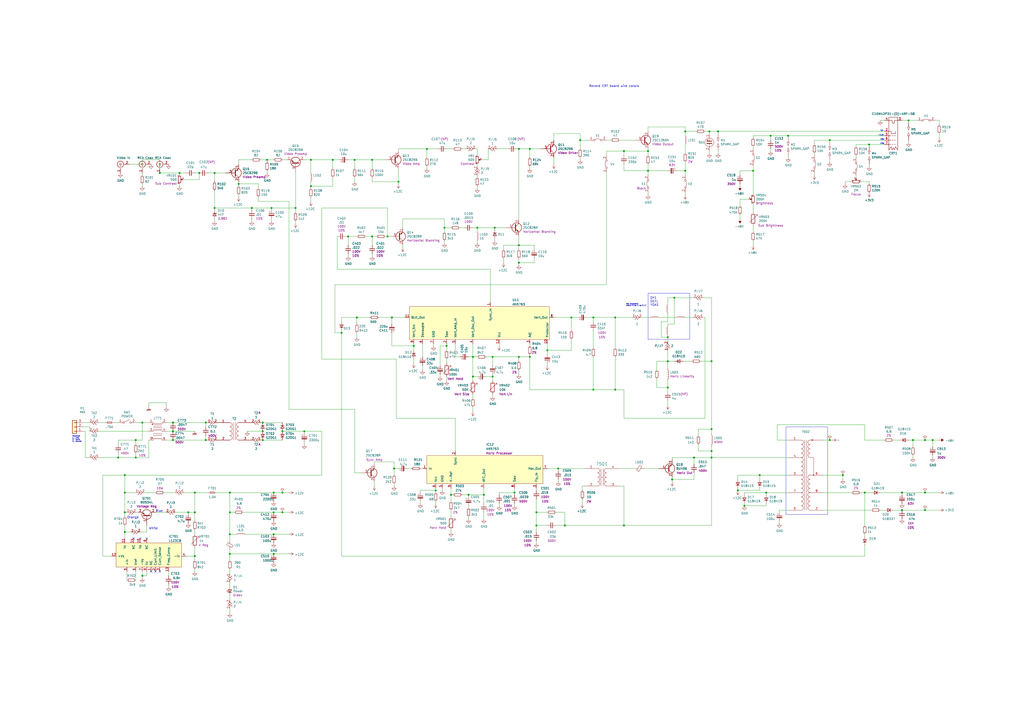
<source format=kicad_sch>
(kicad_sch (version 20230121) (generator eeschema)
  (paper "A2")
  (title_block (title "Apple Monitor IIc Schematic") (date "2023-05-05") (rev "2") (company "bald.ee/bitpreserve") (comment 1 "Based on SAMS Repair Manual") (comment 2 "https://apple2online.com/web_documents/Sam's%20Apple%20IIc%20Monitor%20KB.pdf"))
  (junction (at 298.45 285.75))
  (junction (at 152.4 255.27))
  (junction (at 344.17 226.06))
  (junction (at 457.2 78.74))
  (junction (at 527.05 69.85))
  (junction (at 276.86 132.08))
  (junction (at 257.81 132.08))
  (junction (at 436.88 99.06))
  (junction (at 104.14 100.33))
  (junction (at 163.83 297.18))
  (junction (at 158.75 309.88))
  (junction (at 416.56 76.2))
  (junction (at 109.22 297.18))
  (junction (at 344.17 184.15))
  (junction (at 224.79 137.16))
  (junction (at 72.39 275.59))
  (junction (at 157.48 120.65))
  (junction (at 198.12 193.04))
  (junction (at 323.85 271.78))
  (junction (at 133.35 297.18))
  (junction (at 336.55 81.28))
  (junction (at 488.95 275.59))
  (junction (at 307.34 207.01))
  (junction (at 447.04 78.74))
  (junction (at 92.71 100.33))
  (junction (at 138.43 106.68))
  (junction (at 440.69 275.59))
  (junction (at 300.99 152.4))
  (junction (at 78.74 265.43))
  (junction (at 356.87 184.15))
  (junction (at 387.35 209.55))
  (junction (at 411.48 76.2))
  (junction (at 113.03 285.75))
  (junction (at 361.95 87.63))
  (junction (at 311.15 304.8))
  (junction (at 152.4 250.19))
  (junction (at 412.75 209.55))
  (junction (at 68.58 265.43))
  (junction (at 133.35 285.75))
  (junction (at 228.6 271.78))
  (junction (at 504.19 83.82))
  (junction (at 412.75 261.62))
  (junction (at 431.8 293.37))
  (junction (at 361.95 304.8))
  (junction (at 391.16 172.72))
  (junction (at 158.75 321.31))
  (junction (at 180.34 107.95))
  (junction (at 82.55 334.01))
  (junction (at 300.99 86.36))
  (junction (at 280.67 287.02))
  (junction (at 78.74 255.27))
  (junction (at 252.73 284.48))
  (junction (at 536.575 285.75))
  (junction (at 285.75 218.44))
  (junction (at 152.4 245.11))
  (junction (at 154.94 92.71))
  (junction (at 133.35 321.31))
  (junction (at 523.24 295.91))
  (junction (at 113.03 297.18))
  (junction (at 100.33 245.11))
  (junction (at 375.92 87.63))
  (junction (at 427.99 284.48))
  (junction (at 119.38 245.11))
  (junction (at 163.83 285.75))
  (junction (at 274.32 207.01))
  (junction (at 124.46 120.65))
  (junction (at 307.34 86.36))
  (junction (at 113.03 322.58))
  (junction (at 412.75 265.43))
  (junction (at 115.57 100.33))
  (junction (at 387.35 224.79))
  (junction (at 227.33 184.15))
  (junction (at 72.39 308.61))
  (junction (at 387.35 195.58))
  (junction (at 124.46 100.33))
  (junction (at 529.59 255.27))
  (junction (at 287.02 132.08))
  (junction (at 201.93 137.16))
  (junction (at 215.9 92.71))
  (junction (at 247.65 86.36))
  (junction (at 274.32 218.44))
  (junction (at 119.38 255.27))
  (junction (at 481.33 255.27))
  (junction (at 82.55 245.11))
  (junction (at 311.15 297.18))
  (junction (at 158.75 285.75))
  (junction (at 193.04 92.71))
  (junction (at 261.62 287.02))
  (junction (at 158.75 297.18))
  (junction (at 72.39 285.75))
  (junction (at 176.53 250.19))
  (junction (at 146.05 120.65))
  (junction (at 100.33 250.19))
  (junction (at 259.08 200.66))
  (junction (at 317.5 203.2))
  (junction (at 231.14 105.41))
  (junction (at 205.74 92.71))
  (junction (at 300.99 207.01))
  (junction (at 389.89 278.13))
  (junction (at 163.83 250.19))
  (junction (at 536.575 255.27))
  (junction (at 207.01 184.15))
  (junction (at 523.24 285.75))
  (junction (at 72.39 297.18))
  (junction (at 412.75 248.92))
  (junction (at 536.575 295.91))
  (junction (at 501.65 285.75))
  (junction (at 300.99 142.24))
  (junction (at 271.78 287.02))
  (junction (at 285.75 207.01))
  (junction (at 397.51 99.06))
  (junction (at 541.02 255.27))
  (junction (at 171.45 120.65))
  (junction (at 100.33 255.27))
  (junction (at 327.66 304.8))
  (junction (at 240.03 200.66))
  (junction (at 215.9 137.16))
  (junction (at 356.87 226.06))
  (junction (at 397.51 76.2))
  (junction (at 402.59 265.43))
  (junction (at 133.35 309.88))
  (junction (at 331.47 184.15))
  (junction (at 180.34 92.71))
  (junction (at 444.5 285.75))
  (junction (at 375.92 99.06))
  (junction (at 481.33 81.28))
  (no_connect (at 92.71 331.47))
  (no_connect (at 90.17 331.47))
  (no_connect (at 77.47 312.42))
  (no_connect (at 81.28 312.42))
  (no_connect (at 87.63 331.47))
  (no_connect (at 85.09 312.42))
  (wire (pts (xy 496.57 90.17) (xy 496.57 91.44)))
  (wire (pts (xy 261.62 132.08) (xy 257.81 132.08)))
  (wire (pts (xy 215.9 92.71) (xy 205.74 92.71)))
  (wire (pts (xy 152.4 245.11) (xy 163.83 245.11)))
  (wire (pts (xy 387.35 224.79) (xy 387.35 220.98)))
  (wire (pts (xy 274.32 228.6) (xy 274.32 231.14)))
  (wire (pts (xy 264.16 207.01) (xy 266.7 207.01)))
  (wire (pts (xy 180.34 114.3) (xy 180.34 116.84)))
  (wire (pts (xy 262.89 86.36) (xy 259.08 86.36)))
  (wire (pts (xy 109.22 297.18) (xy 113.03 297.18)))
  (wire (pts (xy 154.94 99.06) (xy 154.94 100.33)))
  (wire (pts (xy 142.24 309.88) (xy 158.75 309.88)))
  (wire (pts (xy 195.58 156.21) (xy 284.48 156.21)))
  (wire (pts (xy 457.2 78.74) (xy 447.04 78.74)))
  (wire (pts (xy 276.86 107.95) (xy 276.86 109.22)))
  (wire (pts (xy 447.04 86.36) (xy 447.04 87.63)))
  (wire (pts (xy 387.35 227.33) (xy 387.35 224.79)))
  (wire (pts (xy 440.69 275.59) (xy 427.99 275.59)))
  (wire (pts (xy 405.13 257.81) (xy 405.13 261.62)))
  (wire (pts (xy 276.86 207.01) (xy 274.32 207.01)))
  (wire (pts (xy 356.87 184.15) (xy 344.17 184.15)))
  (wire (pts (xy 436.88 85.09) (xy 436.88 86.36)))
  (wire (pts (xy 264.16 242.57) (xy 264.16 261.62)))
  (wire (pts (xy 427.99 275.59) (xy 427.99 278.13)))
  (wire (pts (xy 504.19 105.41) (xy 504.19 106.68)))
  (wire (pts (xy 344.17 184.15) (xy 344.17 186.69)))
  (wire (pts (xy 236.22 271.78) (xy 238.76 271.78)))
  (wire (pts (xy 321.31 77.47) (xy 336.55 77.47)))
  (wire (pts (xy 452.12 295.91) (xy 452.12 297.18)))
  (wire (pts (xy 224.79 120.65) (xy 186.69 120.65)))
  (wire (pts (xy 406.4 209.55) (xy 412.75 209.55)))
  (wire (pts (xy 104.14 100.33) (xy 92.71 100.33)))
  (wire (pts (xy 407.67 184.15) (xy 408.94 184.15)))
  (wire (pts (xy 252.73 290.83) (xy 252.73 292.1)))
  (wire (pts (xy 243.84 271.78) (xy 245.11 271.78)))
  (wire (pts (xy 82.55 335.28) (xy 82.55 334.01)))
  (wire (pts (xy 154.94 92.71) (xy 158.75 92.71)))
  (wire (pts (xy 276.86 132.08) (xy 276.86 134.62)))
  (wire (pts (xy 440.69 283.21) (xy 440.69 284.48)))
  (wire (pts (xy 205.74 274.32) (xy 205.74 237.49)))
  (wire (pts (xy 133.35 340.36) (xy 133.35 337.82)))
  (wire (pts (xy 337.82 289.56) (xy 337.82 292.1)))
  (wire (pts (xy 412.75 172.72) (xy 412.75 209.55)))
  (wire (pts (xy 327.66 304.8) (xy 361.95 304.8)))
  (wire (pts (xy 397.51 101.6) (xy 397.51 99.06)))
  (wire (pts (xy 541.02 259.08) (xy 541.02 255.27)))
  (wire (pts (xy 501.65 255.27) (xy 513.08 255.27)))
  (wire (pts (xy 359.41 271.78) (xy 368.3 271.78)))
  (wire (pts (xy 68.58 255.27) (xy 68.58 257.81)))
  (wire (pts (xy 447.04 78.74) (xy 447.04 81.28)))
  (wire (pts (xy 387.35 232.41) (xy 387.35 234.95)))
  (wire (pts (xy 361.95 226.06) (xy 356.87 226.06)))
  (wire (pts (xy 133.35 321.31) (xy 133.35 325.12)))
  (wire (pts (xy 227.33 184.15) (xy 227.33 187.96)))
  (wire (pts (xy 411.48 77.47) (xy 411.48 76.2)))
  (wire (pts (xy 311.15 289.56) (xy 311.15 297.18)))
  (wire (pts (xy 231.14 105.41) (xy 231.14 97.79)))
  (wire (pts (xy 261.62 287.02) (xy 261.62 290.83)))
  (wire (pts (xy 100.33 250.19) (xy 96.52 250.19)))
  (wire (pts (xy 327.66 304.8) (xy 322.58 304.8)))
  (wire (pts (xy 300.99 207.01) (xy 307.34 207.01)))
  (wire (pts (xy 391.16 209.55) (xy 387.35 209.55)))
  (wire (pts (xy 233.68 142.24) (xy 233.68 143.51)))
  (wire (pts (xy 402.59 265.43) (xy 412.75 265.43)))
  (wire (pts (xy 336.55 81.28) (xy 336.55 86.36)))
  (wire (pts (xy 391.16 172.72) (xy 387.35 172.72)))
  (wire (pts (xy 73.66 331.47) (xy 73.66 336.55)))
  (wire (pts (xy 49.53 265.43) (xy 49.53 250.19)))
  (wire (pts (xy 356.87 207.01) (xy 356.87 226.06)))
  (wire (pts (xy 186.69 275.59) (xy 186.69 250.19)))
  (wire (pts (xy 247.65 96.52) (xy 247.65 97.79)))
  (wire (pts (xy 368.3 81.28) (xy 359.41 81.28)))
  (wire (pts (xy 387.35 195.58) (xy 387.35 198.12)))
  (wire (pts (xy 317.5 199.39) (xy 317.5 203.2)))
  (wire (pts (xy 106.68 285.75) (xy 113.03 285.75)))
  (wire (pts (xy 542.29 69.85) (xy 544.83 69.85)))
  (wire (pts (xy 396.24 209.55) (xy 401.32 209.55)))
  (wire (pts (xy 78.74 245.11) (xy 82.55 245.11)))
  (wire (pts (xy 120.65 245.11) (xy 119.38 245.11)))
  (wire (pts (xy 285.75 212.09) (xy 285.75 207.01)))
  (wire (pts (xy 193.04 97.79) (xy 193.04 92.71)))
  (wire (pts (xy 510.54 295.91) (xy 513.08 295.91)))
  (wire (pts (xy 457.2 255.27) (xy 450.85 255.27)))
  (wire (pts (xy 501.65 285.75) (xy 505.46 285.75)))
  (wire (pts (xy 323.85 278.13) (xy 323.85 279.4)))
  (wire (pts (xy 375.92 95.25) (xy 375.92 99.06)))
  (wire (pts (xy 375.92 86.36) (xy 375.92 87.63)))
  (wire (pts (xy 488.95 275.59) (xy 488.95 278.13)))
  (wire (pts (xy 261.62 299.72) (xy 261.62 295.91)))
  (wire (pts (xy 457.2 80.01) (xy 457.2 78.74)))
  (wire (pts (xy 113.03 317.5) (xy 113.03 322.58)))
  (wire (pts (xy 529.59 255.27) (xy 536.575 255.27)))
  (wire (pts (xy 336.55 91.44) (xy 336.55 92.71)))
  (wire (pts (xy 158.75 321.31) (xy 167.64 321.31)))
  (wire (pts (xy 113.03 297.18) (xy 113.03 302.26)))
  (wire (pts (xy 82.55 334.01) (xy 82.55 331.47)))
  (wire (pts (xy 387.35 203.2) (xy 387.35 209.55)))
  (wire (pts (xy 387.35 189.23) (xy 387.35 187.96)))
  (wire (pts (xy 504.19 85.09) (xy 504.19 83.82)))
  (wire (pts (xy 113.03 307.34) (xy 113.03 309.88)))
  (wire (pts (xy 205.74 102.87) (xy 205.74 105.41)))
  (wire (pts (xy 477.52 285.75) (xy 494.03 285.75)))
  (wire (pts (xy 163.83 250.19) (xy 176.53 250.19)))
  (wire (pts (xy 198.12 191.77) (xy 198.12 193.04)))
  (wire (pts (xy 259.08 200.66) (xy 259.08 203.2)))
  (wire (pts (xy 72.39 299.72) (xy 72.39 297.18)))
  (wire (pts (xy 247.65 91.44) (xy 247.65 86.36)))
  (wire (pts (xy 307.34 205.74) (xy 307.34 207.01)))
  (wire (pts (xy 407.67 172.72) (xy 412.75 172.72)))
  (wire (pts (xy 219.71 184.15) (xy 227.33 184.15)))
  (wire (pts (xy 481.33 82.55) (xy 481.33 81.28)))
  (wire (pts (xy 387.35 186.69) (xy 383.54 186.69)))
  (wire (pts (xy 523.24 285.75) (xy 510.54 285.75)))
  (wire (pts (xy 529.59 259.08) (xy 529.59 255.27)))
  (wire (pts (xy 180.34 107.95) (xy 180.34 109.22)))
  (wire (pts (xy 171.45 100.33) (xy 171.45 120.65)))
  (wire (pts (xy 523.24 285.75) (xy 536.575 285.75)))
  (wire (pts (xy 76.2 308.61) (xy 72.39 308.61)))
  (wire (pts (xy 274.32 132.08) (xy 276.86 132.08)))
  (wire (pts (xy 228.6 267.97) (xy 228.6 271.78)))
  (polyline (pts (xy 480.06 247.65) (xy 480.06 298.45)))
  (wire (pts (xy 429.26 106.68) (xy 429.26 107.95)))
  (wire (pts (xy 271.78 299.72) (xy 271.78 300.99)))
  (wire (pts (xy 266.7 132.08) (xy 269.24 132.08)))
  (wire (pts (xy 267.97 287.02) (xy 271.78 287.02)))
  (wire (pts (xy 104.14 106.68) (xy 104.14 107.95)))
  (wire (pts (xy 255.27 212.09) (xy 255.27 200.66)))
  (wire (pts (xy 440.69 275.59) (xy 457.2 275.59)))
  (wire (pts (xy 436.88 78.74) (xy 447.04 78.74)))
  (wire (pts (xy 397.51 76.2) (xy 397.51 78.74)))
  (wire (pts (xy 383.54 186.69) (xy 383.54 195.58)))
  (wire (pts (xy 322.58 297.18) (xy 327.66 297.18)))
  (wire (pts (xy 317.5 203.2) (xy 317.5 205.74)))
  (wire (pts (xy 412.75 248.92) (xy 405.13 248.92)))
  (wire (pts (xy 133.35 309.88) (xy 133.35 313.69)))
  (wire (pts (xy 289.56 199.39) (xy 289.56 200.66)))
  (wire (pts (xy 317.5 271.78) (xy 323.85 271.78)))
  (wire (pts (xy 323.85 271.78) (xy 339.09 271.78)))
  (wire (pts (xy 387.35 194.31) (xy 387.35 195.58)))
  (wire (pts (xy 382.27 184.15) (xy 392.43 184.15)))
  (wire (pts (xy 138.43 105.41) (xy 138.43 106.68)))
  (wire (pts (xy 176.53 256.54) (xy 176.53 257.81)))
  (wire (pts (xy 307.34 96.52) (xy 307.34 97.79)))
  (wire (pts (xy 223.52 92.71) (xy 215.9 92.71)))
  (wire (pts (xy 276.86 86.36) (xy 276.86 90.17)))
  (wire (pts (xy 402.59 172.72) (xy 391.16 172.72)))
  (wire (pts (xy 536.575 285.75) (xy 544.83 285.75)))
  (wire (pts (xy 83.82 285.75) (xy 90.17 285.75)))
  (wire (pts (xy 501.65 309.88) (xy 501.65 311.15)))
  (wire (pts (xy 207.01 184.15) (xy 198.12 184.15)))
  (wire (pts (xy 436.88 118.11) (xy 436.88 123.19)))
  (wire (pts (xy 245.11 212.09) (xy 245.11 214.63)))
  (wire (pts (xy 383.54 195.58) (xy 387.35 195.58)))
  (wire (pts (xy 307.34 226.06) (xy 344.17 226.06)))
  (wire (pts (xy 85.09 304.8) (xy 85.09 308.61)))
  (wire (pts (xy 501.65 322.58) (xy 198.12 322.58)))
  (wire (pts (xy 146.05 92.71) (xy 138.43 92.71)))
  (wire (pts (xy 133.35 345.44) (xy 133.35 347.98)))
  (wire (pts (xy 82.55 95.25) (xy 74.93 95.25)))
  (wire (pts (xy 146.05 121.92) (xy 146.05 120.65)))
  (wire (pts (xy 504.19 83.82) (xy 496.57 83.82)))
  (wire (pts (xy 298.45 285.75) (xy 298.45 287.02)))
  (wire (pts (xy 72.39 275.59) (xy 186.69 275.59)))
  (wire (pts (xy 124.46 127) (xy 124.46 128.27)))
  (polyline (pts (xy 375.92 196.85) (xy 375.92 170.18)))
  (wire (pts (xy 245.11 199.39) (xy 245.11 207.01)))
  (wire (pts (xy 381 209.55) (xy 381 214.63)))
  (wire (pts (xy 307.34 207.01) (xy 307.34 226.06)))
  (wire (pts (xy 405.13 261.62) (xy 412.75 261.62)))
  (wire (pts (xy 113.03 285.75) (xy 113.03 297.18)))
  (wire (pts (xy 135.89 297.18) (xy 133.35 297.18)))
  (wire (pts (xy 259.08 208.28) (xy 259.08 210.82)))
  (wire (pts (xy 66.04 245.11) (xy 68.58 245.11)))
  (wire (pts (xy 120.65 255.27) (xy 119.38 255.27)))
  (wire (pts (xy 146.05 127) (xy 146.05 128.27)))
  (wire (pts (xy 64.77 322.58) (xy 59.69 322.58)))
  (wire (pts (xy 72.39 285.75) (xy 72.39 275.59)))
  (wire (pts (xy 501.65 304.8) (xy 501.65 285.75)))
  (wire (pts (xy 97.79 331.47) (xy 97.79 334.01)))
  (wire (pts (xy 78.74 255.27) (xy 82.55 255.27)))
  (wire (pts (xy 481.33 81.28) (xy 513.08 81.28)))
  (wire (pts (xy 381 224.79) (xy 387.35 224.79)))
  (wire (pts (xy 361.95 304.8) (xy 412.75 304.8)))
  (wire (pts (xy 233.68 127) (xy 257.81 127)))
  (wire (pts (xy 298.45 285.75) (xy 289.56 285.75)))
  (wire (pts (xy 408.94 184.15) (xy 408.94 242.57)))
  (wire (pts (xy 264.16 199.39) (xy 264.16 207.01)))
  (wire (pts (xy 228.6 280.67) (xy 228.6 281.94)))
  (wire (pts (xy 375.92 101.6) (xy 375.92 99.06)))
  (wire (pts (xy 412.75 261.62) (xy 412.75 259.08)))
  (wire (pts (xy 387.35 209.55) (xy 381 209.55)))
  (wire (pts (xy 280.67 297.18) (xy 280.67 300.99)))
  (wire (pts (xy 52.07 245.11) (xy 48.26 245.11)))
  (wire (pts (xy 52.07 247.65) (xy 48.26 247.65)))
  (wire (pts (xy 68.58 265.43) (xy 78.74 265.43)))
  (wire (pts (xy 481.33 255.27) (xy 477.52 255.27)))
  (wire (pts (xy 217.17 279.4) (xy 217.17 281.94)))
  (wire (pts (xy 300.99 214.63) (xy 300.99 217.17)))
  (wire (pts (xy 457.2 295.91) (xy 452.12 295.91)))
  (wire (pts (xy 72.39 304.8) (xy 72.39 308.61)))
  (wire (pts (xy 149.86 109.22) (xy 149.86 106.68)))
  (wire (pts (xy 359.41 281.94) (xy 361.95 281.94)))
  (wire (pts (xy 82.55 106.68) (xy 82.55 107.95)))
  (wire (pts (xy 356.87 226.06) (xy 344.17 226.06)))
  (wire (pts (xy 101.6 297.18) (xy 109.22 297.18)))
  (wire (pts (xy 331.47 184.15) (xy 331.47 191.77)))
  (wire (pts (xy 229.87 208.28) (xy 229.87 242.57)))
  (wire (pts (xy 311.15 313.69) (xy 311.15 314.96)))
  (wire (pts (xy 340.36 184.15) (xy 344.17 184.15)))
  (wire (pts (xy 215.9 97.79) (xy 215.9 92.71)))
  (wire (pts (xy 78.74 297.18) (xy 80.01 297.18)))
  (wire (pts (xy 158.75 297.18) (xy 163.83 297.18)))
  (wire (pts (xy 472.44 81.28) (xy 472.44 83.82)))
  (wire (pts (xy 501.65 316.23) (xy 501.65 322.58)))
  (wire (pts (xy 412.75 261.62) (xy 412.75 265.43)))
  (wire (pts (xy 276.86 95.25) (xy 276.86 96.52)))
  (wire (pts (xy 331.47 203.2) (xy 317.5 203.2)))
  (wire (pts (xy 523.24 295.91) (xy 536.575 295.91)))
  (wire (pts (xy 412.75 251.46) (xy 412.75 248.92)))
  (wire (pts (xy 113.03 330.2) (xy 113.03 331.47)))
  (wire (pts (xy 287.02 133.35) (xy 287.02 132.08)))
  (wire (pts (xy 457.2 78.74) (xy 513.08 78.74)))
  (wire (pts (xy 337.82 281.94) (xy 337.82 284.48)))
  (wire (pts (xy 408.94 242.57) (xy 361.95 242.57)))
  (wire (pts (xy 391.16 187.96) (xy 391.16 172.72)))
  (wire (pts (xy 137.16 309.88) (xy 133.35 309.88)))
  (wire (pts (xy 133.35 353.06) (xy 133.35 355.6)))
  (wire (pts (xy 452.12 302.26) (xy 452.12 303.53)))
  (wire (pts (xy 198.12 184.15) (xy 198.12 186.69)))
  (wire (pts (xy 227.33 200.66) (xy 240.03 200.66)))
  (wire (pts (xy 339.09 281.94) (xy 337.82 281.94)))
  (wire (pts (xy 292.1 142.24) (xy 300.99 142.24)))
  (wire (pts (xy 300.99 137.16) (xy 300.99 142.24)))
  (wire (pts (xy 125.73 285.75) (xy 133.35 285.75)))
  (wire (pts (xy 309.88 142.24) (xy 309.88 144.78)))
  (wire (pts (xy 285.75 217.17) (xy 285.75 218.44)))
  (wire (pts (xy 351.79 87.63) (xy 361.95 87.63)))
  (wire (pts (xy 194.31 193.04) (xy 198.12 193.04)))
  (wire (pts (xy 351.79 81.28) (xy 354.33 81.28)))
  (wire (pts (xy 323.85 271.78) (xy 323.85 273.05)))
  (wire (pts (xy 427.99 284.48) (xy 427.99 283.21)))
  (wire (pts (xy 52.07 265.43) (xy 49.53 265.43)))
  (wire (pts (xy 207.01 184.15) (xy 214.63 184.15)))
  (wire (pts (xy 274.32 218.44) (xy 274.32 220.98)))
  (wire (pts (xy 82.55 245.11) (xy 86.36 245.11)))
  (wire (pts (xy 402.59 269.24) (xy 402.59 265.43)))
  (wire (pts (xy 375.92 76.2) (xy 375.92 73.66)))
  (wire (pts (xy 240.03 208.28) (xy 240.03 210.82)))
  (wire (pts (xy 109.22 298.45) (xy 109.22 297.18)))
  (wire (pts (xy 171.45 128.27) (xy 171.45 129.54)))
  (wire (pts (xy 124.46 110.49) (xy 124.46 120.65)))
  (wire (pts (xy 472.44 88.9) (xy 472.44 90.17)))
  (wire (pts (xy 444.5 285.75) (xy 457.2 285.75)))
  (wire (pts (xy 280.67 287.02) (xy 280.67 292.1)))
  (wire (pts (xy 57.15 245.11) (xy 60.96 245.11)))
  (wire (pts (xy 195.58 137.16) (xy 195.58 156.21)))
  (wire (pts (xy 217.17 269.24) (xy 217.17 267.97)))
  (wire (pts (xy 389.89 276.86) (xy 389.89 278.13)))
  (wire (pts (xy 490.22 105.41) (xy 490.22 106.68)))
  (wire (pts (xy 171.45 120.65) (xy 157.48 120.65)))
  (wire (pts (xy 149.86 116.84) (xy 167.64 116.84)))
  (wire (pts (xy 311.15 283.21) (xy 311.15 284.48)))
  (wire (pts (xy 292.1 149.86) (xy 292.1 152.4)))
  (wire (pts (xy 288.29 86.36) (xy 294.64 86.36)))
  (wire (pts (xy 72.39 285.75) (xy 78.74 285.75)))
  (wire (pts (xy 243.84 290.83) (xy 243.84 292.1)))
  (wire (pts (xy 151.13 92.71) (xy 154.94 92.71)))
  (wire (pts (xy 215.9 142.24) (xy 215.9 137.16)))
  (wire (pts (xy 298.45 292.1) (xy 298.45 293.37)))
  (wire (pts (xy 180.34 107.95) (xy 193.04 107.95)))
  (wire (pts (xy 72.39 308.61) (xy 72.39 312.42)))
  (wire (pts (xy 317.5 297.18) (xy 311.15 297.18)))
  (wire (pts (xy 271.78 287.02) (xy 280.67 287.02)))
  (wire (pts (xy 481.33 81.28) (xy 472.44 81.28)))
  (wire (pts (xy 92.71 92.71) (xy 92.71 100.33)))
  (wire (pts (xy 186.69 208.28) (xy 229.87 208.28)))
  (wire (pts (xy 59.69 322.58) (xy 59.69 275.59)))
  (wire (pts (xy 163.83 285.75) (xy 167.64 285.75)))
  (wire (pts (xy 300.99 149.86) (xy 300.99 152.4)))
  (wire (pts (xy 200.66 137.16) (xy 201.93 137.16)))
  (wire (pts (xy 68.58 255.27) (xy 78.74 255.27)))
  (wire (pts (xy 411.48 87.63) (xy 411.48 88.9)))
  (wire (pts (xy 205.74 92.71) (xy 205.74 97.79)))
  (wire (pts (xy 231.14 271.78) (xy 228.6 271.78)))
  (wire (pts (xy 429.26 124.46) (xy 429.26 127)))
  (wire (pts (xy 78.74 331.47) (xy 78.74 336.55)))
  (wire (pts (xy 194.31 165.1) (xy 194.31 193.04)))
  (wire (pts (xy 408.94 76.2) (xy 411.48 76.2)))
  (wire (pts (xy 541.02 255.27) (xy 544.83 255.27)))
  (wire (pts (xy 389.89 266.7) (xy 389.89 265.43)))
  (wire (pts (xy 96.52 297.18) (xy 90.17 297.18)))
  (wire (pts (xy 481.33 92.71) (xy 481.33 93.98)))
  (wire (pts (xy 234.95 184.15) (xy 227.33 184.15)))
  (wire (pts (xy 444.5 293.37) (xy 431.8 293.37)))
  (wire (pts (xy 247.65 86.36) (xy 231.14 86.36)))
  (wire (pts (xy 259.08 199.39) (xy 259.08 200.66)))
  (wire (pts (xy 259.08 218.44) (xy 259.08 220.98)))
  (wire (pts (xy 287.02 138.43) (xy 287.02 139.7)))
  (wire (pts (xy 140.97 297.18) (xy 158.75 297.18)))
  (wire (pts (xy 240.03 199.39) (xy 240.03 200.66)))
  (wire (pts (xy 138.43 92.71) (xy 138.43 95.25)))
  (wire (pts (xy 389.89 265.43) (xy 402.59 265.43)))
  (wire (pts (xy 429.26 99.06) (xy 429.26 101.6)))
  (wire (pts (xy 287.02 132.08) (xy 293.37 132.08)))
  (wire (pts (xy 544.83 77.47) (xy 544.83 80.01)))
  (wire (pts (xy 176.53 251.46) (xy 176.53 250.19)))
  (wire (pts (xy 157.48 120.65) (xy 146.05 120.65)))
  (wire (pts (xy 261.62 307.34) (xy 261.62 308.61)))
  (wire (pts (xy 494.03 105.41) (xy 490.22 105.41)))
  (wire (pts (xy 482.6 255.27) (xy 481.33 255.27)))
  (wire (pts (xy 82.55 92.71) (xy 82.55 95.25)))
  (wire (pts (xy 82.55 100.33) (xy 82.55 101.6)))
  (wire (pts (xy 375.92 87.63) (xy 375.92 90.17)))
  (wire (pts (xy 285.75 218.44) (xy 281.94 218.44)))
  (wire (pts (xy 223.52 137.16) (xy 224.79 137.16)))
  (wire (pts (xy 321.31 81.28) (xy 321.31 77.47)))
  (wire (pts (xy 307.34 86.36) (xy 300.99 86.36)))
  (wire (pts (xy 257.81 127) (xy 257.81 132.08)))
  (wire (pts (xy 527.05 81.28) (xy 527.05 82.55)))
  (wire (pts (xy 276.86 218.44) (xy 274.32 218.44)))
  (wire (pts (xy 477.52 275.59) (xy 488.95 275.59)))
  (wire (pts (xy 472.44 100.33) (xy 472.44 101.6)))
  (wire (pts (xy 434.34 115.57) (xy 429.26 115.57)))
  (wire (pts (xy 209.55 274.32) (xy 205.74 274.32)))
  (wire (pts (xy 215.9 147.32) (xy 215.9 148.59)))
  (wire (pts (xy 276.86 101.6) (xy 276.86 102.87)))
  (wire (pts (xy 271.78 207.01) (xy 274.32 207.01)))
  (wire (pts (xy 275.59 86.36) (xy 276.86 86.36)))
  (wire (pts (xy 285.75 218.44) (xy 285.75 220.98)))
  (wire (pts (xy 436.88 130.81) (xy 436.88 134.62)))
  (wire (pts (xy 450.85 246.38) (xy 501.65 246.38)))
  (wire (pts (xy 450.85 246.38) (xy 450.85 255.27)))
  (wire (pts (xy 224.79 137.16) (xy 226.06 137.16)))
  (polyline (pts (xy 455.93 298.45) (xy 455.93 247.65)))
  (wire (pts (xy 336.55 77.47) (xy 336.55 81.28)))
  (wire (pts (xy 356.87 201.93) (xy 356.87 184.15)))
  (wire (pts (xy 115.57 104.14) (xy 115.57 100.33)))
  (wire (pts (xy 436.88 80.01) (xy 436.88 78.74)))
  (wire (pts (xy 207.01 193.04) (xy 207.01 195.58)))
  (polyline (pts (xy 455.93 247.65) (xy 480.06 247.65)))
  (wire (pts (xy 389.89 278.13) (xy 389.89 279.4)))
  (wire (pts (xy 113.03 285.75) (xy 120.65 285.75)))
  (wire (pts (xy 97.79 339.09) (xy 97.79 340.36)))
  (wire (pts (xy 106.68 104.14) (xy 115.57 104.14)))
  (wire (pts (xy 229.87 242.57) (xy 264.16 242.57)))
  (wire (pts (xy 527.05 255.27) (xy 529.59 255.27)))
  (wire (pts (xy 201.93 92.71) (xy 205.74 92.71)))
  (wire (pts (xy 416.56 76.2) (xy 416.56 77.47)))
  (wire (pts (xy 416.56 76.2) (xy 513.08 76.2)))
  (wire (pts (xy 523.24 287.02) (xy 523.24 285.75)))
  (wire (pts (xy 133.35 318.77) (xy 133.35 321.31)))
  (wire (pts (xy 149.86 114.3) (xy 149.86 116.84)))
  (wire (pts (xy 504.19 95.25) (xy 504.19 96.52)))
  (wire (pts (xy 518.16 295.91) (xy 523.24 295.91)))
  (wire (pts (xy 387.35 187.96) (xy 391.16 187.96)))
  (wire (pts (xy 57.15 265.43) (xy 68.58 265.43)))
  (wire (pts (xy 375.92 99.06) (xy 387.35 99.06)))
  (wire (pts (xy 252.73 283.21) (xy 252.73 284.48)))
  (wire (pts (xy 201.93 137.16) (xy 207.01 137.16)))
  (wire (pts (xy 436.88 99.06) (xy 436.88 96.52)))
  (wire (pts (xy 501.65 246.38) (xy 501.65 255.27)))
  (wire (pts (xy 402.59 274.32) (xy 402.59 278.13)))
  (wire (pts (xy 207.01 187.96) (xy 207.01 184.15)))
  (wire (pts (xy 279.4 92.71) (xy 283.21 92.71)))
  (wire (pts (xy 317.5 304.8) (xy 311.15 304.8)))
  (wire (pts (xy 284.48 175.26) (xy 284.48 156.21)))
  (wire (pts (xy 107.95 322.58) (xy 113.03 322.58)))
  (wire (pts (xy 372.11 184.15) (xy 377.19 184.15)))
  (wire (pts (xy 276.86 139.7) (xy 276.86 140.97)))
  (wire (pts (xy 157.48 121.92) (xy 157.48 120.65)))
  (wire (pts (xy 254 86.36) (xy 247.65 86.36)))
  (wire (pts (xy 381 219.71) (xy 381 224.79)))
  (wire (pts (xy 527.05 69.85) (xy 527.05 71.12)))
  (wire (pts (xy 149.86 106.68) (xy 138.43 106.68)))
  (wire (pts (xy 499.11 105.41) (xy 504.19 105.41)))
  (wire (pts (xy 271.78 293.37) (xy 271.78 294.64)))
  (wire (pts (xy 292.1 144.78) (xy 292.1 142.24)))
  (wire (pts (xy 92.71 92.71) (xy 82.55 92.71)))
  (wire (pts (xy 198.12 193.04) (xy 198.12 322.58)))
  (wire (pts (xy 115.57 100.33) (xy 113.03 100.33)))
  (wire (pts (xy 257.81 139.7) (xy 257.81 140.97)))
  (wire (pts (xy 158.75 285.75) (xy 133.35 285.75)))
  (wire (pts (xy 233.68 132.08) (xy 233.68 127)))
  (wire (pts (xy 387.35 176.53) (xy 387.35 172.72)))
  (wire (pts (xy 100.33 245.11) (xy 96.52 245.11)))
  (wire (pts (xy 158.75 309.88) (xy 167.64 309.88)))
  (wire (pts (xy 412.75 209.55) (xy 412.75 248.92)))
  (wire (pts (xy 521.97 255.27) (xy 518.16 255.27)))
  (wire (pts (xy 436.88 139.7) (xy 436.88 142.24)))
  (wire (pts (xy 361.95 87.63) (xy 375.92 87.63)))
  (wire (pts (xy 231.14 106.68) (xy 231.14 105.41)))
  (wire (pts (xy 513.08 69.85) (xy 510.54 69.85)))
  (wire (pts (xy 180.34 92.71) (xy 180.34 100.33)))
  (wire (pts (xy 72.39 297.18) (xy 72.39 285.75)))
  (wire (pts (xy 375.92 73.66) (xy 397.51 73.66)))
  (wire (pts (xy 86.36 236.22) (xy 86.36 233.68)))
  (wire (pts (xy 313.69 86.36) (xy 307.34 86.36)))
  (wire (pts (xy 327.66 297.18) (xy 327.66 304.8)))
  (wire (pts (xy 96.52 233.68) (xy 96.52 236.22)))
  (wire (pts (xy 133.35 285.75) (xy 133.35 297.18)))
  (wire (pts (xy 344.17 226.06) (xy 344.17 207.01)))
  (wire (pts (xy 256.54 283.21) (xy 256.54 284.48)))
  (polyline (pts (xy 400.05 196.85) (xy 375.92 196.85)))
  (wire (pts (xy 436.88 113.03) (xy 436.88 99.06)))
  (wire (pts (xy 96.52 255.27) (xy 100.33 255.27)))
  (wire (pts (xy 157.48 127) (xy 157.48 128.27)))
  (wire (pts (xy 86.36 255.27) (xy 86.36 265.43)))
  (wire (pts (xy 300.99 86.36) (xy 299.72 86.36)))
  (wire (pts (xy 100.33 255.27) (xy 119.38 255.27)))
  (wire (pts (xy 444.5 293.37) (xy 444.5 292.1)))
  (wire (pts (xy 180.34 105.41) (xy 180.34 107.95)))
  (wire (pts (xy 151.13 255.27) (xy 152.4 255.27)))
  (wire (pts (xy 309.88 152.4) (xy 300.99 152.4)))
  (wire (pts (xy 193.04 102.87) (xy 193.04 107.95)))
  (wire (pts (xy 100.33 245.11) (xy 119.38 245.11)))
  (wire (pts (xy 82.55 255.27) (xy 82.55 245.11)))
  (wire (pts (xy 104.14 101.6) (xy 104.14 100.33)))
  (wire (pts (xy 300.99 142.24) (xy 309.88 142.24)))
  (wire (pts (xy 133.35 297.18) (xy 133.35 309.88)))
  (wire (pts (xy 335.28 184.15) (xy 331.47 184.15)))
  (wire (pts (xy 243.84 284.48) (xy 252.73 284.48)))
  (wire (pts (xy 113.03 322.58) (xy 113.03 325.12)))
  (wire (pts (xy 176.53 92.71) (xy 180.34 92.71)))
  (wire (pts (xy 298.45 283.21) (xy 298.45 285.75)))
  (wire (pts (xy 49.53 250.19) (xy 48.26 250.19)))
  (wire (pts (xy 274.32 207.01) (xy 274.32 199.39)))
  (wire (pts (xy 276.86 132.08) (xy 287.02 132.08)))
  (wire (pts (xy 215.9 137.16) (xy 218.44 137.16)))
  (wire (pts (xy 215.9 102.87) (xy 215.9 105.41)))
  (polyline (pts (xy 480.06 298.45) (xy 455.93 298.45)))
  (wire (pts (xy 271.78 287.02) (xy 271.78 288.29)))
  (wire (pts (xy 321.31 184.15) (xy 331.47 184.15)))
  (wire (pts (xy 196.85 92.71) (xy 193.04 92.71)))
  (wire (pts (xy 285.75 207.01) (xy 300.99 207.01)))
  (wire (pts (xy 154.94 93.98) (xy 154.94 92.71)))
  (wire (pts (xy 146.05 120.65) (xy 124.46 120.65)))
  (wire (pts (xy 166.37 92.71) (xy 163.83 92.71)))
  (wire (pts (xy 78.74 262.89) (xy 78.74 265.43)))
  (wire (pts (xy 311.15 304.8) (xy 311.15 308.61)))
  (wire (pts (xy 397.51 83.82) (xy 397.51 88.9)))
  (wire (pts (xy 375.92 111.76) (xy 375.92 113.03)))
  (wire (pts (xy 444.5 287.02) (xy 444.5 285.75)))
  (wire (pts (xy 158.75 285.75) (xy 163.83 285.75)))
  (wire (pts (xy 529.59 264.16) (xy 529.59 265.43)))
  (wire (pts (xy 283.21 92.71) (xy 283.21 86.36)))
  (wire (pts (xy 300.99 152.4) (xy 300.99 153.67)))
  (wire (pts (xy 224.79 137.16) (xy 224.79 120.65)))
  (wire (pts (xy 541.02 264.16) (xy 541.02 265.43)))
  (wire (pts (xy 138.43 106.68) (xy 138.43 107.95)))
  (wire (pts (xy 201.93 137.16) (xy 201.93 142.24)))
  (wire (pts (xy 341.63 81.28) (xy 336.55 81.28)))
  (wire (pts (xy 85.09 334.01) (xy 82.55 334.01)))
  (wire (pts (xy 252.73 284.48) (xy 252.73 285.75)))
  (wire (pts (xy 193.04 92.71) (xy 180.34 92.71)))
  (wire (pts (xy 274.32 207.01) (xy 274.32 218.44)))
  (wire (pts (xy 412.75 265.43) (xy 412.75 304.8)))
  (wire (pts (xy 307.34 199.39) (xy 307.34 200.66)))
  (wire (pts (xy 429.26 115.57) (xy 429.26 119.38)))
  (wire (pts (xy 397.51 76.2) (xy 403.86 76.2)))
  (wire (pts (xy 416.56 87.63) (xy 416.56 88.9)))
  (wire (pts (xy 152.4 255.27) (xy 163.83 255.27)))
  (wire (pts (xy 351.79 90.17) (xy 351.79 87.63)))
  (wire (pts (xy 78.74 265.43) (xy 86.36 265.43)))
  (wire (pts (xy 194.31 165.1) (xy 351.79 165.1)))
  (wire (pts (xy 85.09 331.47) (xy 85.09 334.01)))
  (wire (pts (xy 431.8 287.02) (xy 431.8 285.75)))
  (wire (pts (xy 171.45 123.19) (xy 171.45 120.65)))
  (wire (pts (xy 361.95 95.25) (xy 361.95 99.06)))
  (wire (pts (xy 257.81 132.08) (xy 257.81 134.62)))
  (wire (pts (xy 95.25 285.75) (xy 101.6 285.75)))
  (wire (pts (xy 119.38 252.73) (xy 119.38 255.27)))
  (wire (pts (xy 367.03 184.15) (xy 356.87 184.15)))
  (wire (pts (xy 532.13 69.85) (xy 527.05 69.85)))
  (wire (pts (xy 274.32 236.22) (xy 274.32 238.76)))
  (wire (pts (xy 300.99 86.36) (xy 300.99 127)))
  (wire (pts (xy 392.43 99.06) (xy 397.51 99.06)))
  (wire (pts (xy 130.81 100.33) (xy 124.46 100.33)))
  (wire (pts (xy 281.94 207.01) (xy 285.75 207.01)))
  (wire (pts (xy 300.99 142.24) (xy 300.99 144.78)))
  (wire (pts (xy 373.38 271.78) (xy 382.27 271.78)))
  (wire (pts (xy 133.35 321.31) (xy 158.75 321.31)))
  (wire (pts (xy 124.46 100.33) (xy 124.46 105.41)))
  (wire (pts (xy 107.95 100.33) (xy 104.14 100.33)))
  (wire (pts (xy 280.67 283.21) (xy 280.67 287.02)))
  (wire (pts (xy 59.69 275.59) (xy 72.39 275.59)))
  (wire (pts (xy 300.99 209.55) (xy 300.99 207.01)))
  (wire (pts (xy 321.31 91.44) (xy 321.31 95.25)))
  (wire (pts (xy 86.36 233.68) (xy 96.52 233.68)))
  (wire (pts (xy 309.88 149.86) (xy 309.88 152.4)))
  (wire (pts (xy 361.95 99.06) (xy 375.92 99.06)))
  (wire (pts (xy 523.24 69.85) (xy 527.05 69.85)))
  (wire (pts (xy 119.38 247.65) (xy 119.38 245.11)))
  (wire (pts (xy 251.46 199.39) (xy 251.46 200.66)))
  (wire (pts (xy 133.35 330.2) (xy 133.35 332.74)))
  (wire (pts (xy 387.35 209.55) (xy 387.35 213.36)))
  (wire (pts (xy 411.48 76.2) (xy 416.56 76.2)))
  (wire (pts (xy 440.69 278.13) (xy 440.69 275.59)))
  (wire (pts (xy 57.15 250.19) (xy 86.36 250.19)))
  (wire (pts (xy 255.27 200.66) (xy 259.08 200.66)))
  (wire (pts (xy 270.51 86.36) (xy 267.97 86.36)))
  (wire (pts (xy 231.14 86.36) (xy 231.14 87.63)))
  (wire (pts (xy 124.46 121.92) (xy 124.46 120.65)))
  (wire (pts (xy 317.5 210.82) (xy 317.5 212.09)))
  (wire (pts (xy 387.35 181.61) (xy 387.35 186.69)))
  (wire (pts (xy 496.57 101.6) (xy 496.57 102.87)))
  (wire (pts (xy 361.95 90.17) (xy 361.95 87.63)))
  (wire (pts (xy 52.07 250.19) (xy 52.07 247.65)))
  (wire (pts (xy 261.62 283.21) (xy 261.62 287.02)))
  (wire (pts (xy 397.51 111.76) (xy 397.51 113.03)))
  (wire (pts (xy 307.34 91.44) (xy 307.34 86.36)))
  (wire (pts (xy 176.53 250.19) (xy 186.69 250.19)))
  (wire (pts (xy 151.13 245.11) (xy 152.4 245.11)))
  (wire (pts (xy 81.28 308.61) (xy 85.09 308.61)))
  (wire (pts (xy 68.58 262.89) (xy 68.58 265.43)))
  (wire (pts (xy 504.19 83.82) (xy 513.08 83.82)))
  (wire (pts (xy 167.64 237.49) (xy 205.74 237.49)))
  (wire (pts (xy 536.575 255.27) (xy 541.02 255.27)))
  (wire (pts (xy 440.69 284.48) (xy 427.99 284.48)))
  (wire (pts (xy 227.33 193.04) (xy 227.33 200.66)))
  (wire (pts (xy 73.66 297.18) (xy 72.39 297.18)))
  (wire (pts (xy 240.03 200.66) (xy 240.03 203.2)))
  (wire (pts (xy 255.27 217.17) (xy 255.27 218.44)))
  (wire (pts (xy 431.8 285.75) (xy 444.5 285.75)))
  (polyline (pts (xy 400.05 170.18) (xy 400.05 196.85)))
  (wire (pts (xy 361.95 281.94) (xy 361.95 304.8)))
  (wire (pts (xy 331.47 196.85) (xy 331.47 203.2)))
  (wire (pts (xy 457.2 90.17) (xy 457.2 91.44)))
  (wire (pts (xy 262.89 287.02) (xy 261.62 287.02)))
  (wire (pts (xy 138.43 113.03) (xy 138.43 114.3)))
  (wire (pts (xy 311.15 297.18) (xy 311.15 304.8)))
  (wire (pts (xy 167.64 116.84) (xy 167.64 237.49)))
  (wire (pts (xy 361.95 242.57) (xy 361.95 226.06)))
  (wire (pts (xy 243.84 285.75) (xy 243.84 284.48)))
  (wire (pts (xy 212.09 137.16) (xy 215.9 137.16)))
  (wire (pts (xy 397.51 73.66) (xy 397.51 76.2)))
  (wire (pts (xy 285.75 229.87) (xy 285.75 228.6)))
  (wire (pts (xy 402.59 278.13) (xy 389.89 278.13)))
  (wire (pts (xy 536.575 295.91) (xy 544.83 295.91)))
  (wire (pts (xy 228.6 271.78) (xy 228.6 275.59)))
  (wire (pts (xy 397.51 99.06) (xy 397.51 93.98)))
  (wire (pts (xy 78.74 257.81) (xy 78.74 255.27)))
  (wire (pts (xy 120.65 100.33) (xy 124.46 100.33)))
  (wire (pts (xy 505.46 295.91) (xy 477.52 295.91)))
  (wire (pts (xy 431.8 293.37) (xy 431.8 292.1)))
  (polyline (pts (xy 375.92 170.18) (xy 400.05 170.18)))
  (wire (pts (xy 201.93 147.32) (xy 201.93 148.59)))
  (wire (pts (xy 163.83 297.18) (xy 167.64 297.18)))
  (wire (pts (xy 351.79 165.1) (xy 351.79 100.33)))
  (wire (pts (xy 496.57 83.82) (xy 496.57 85.09)))
  (wire (pts (xy 289.56 292.1) (xy 289.56 293.37)))
  (wire (pts (xy 499.11 285.75) (xy 501.65 285.75)))
  (wire (pts (xy 100.33 250.19) (xy 113.03 250.19)))
  (wire (pts (xy 429.26 99.06) (xy 436.88 99.06)))
  (wire (pts (xy 186.69 120.65) (xy 186.69 208.28)))
  (wire (pts (xy 405.13 248.92) (xy 405.13 252.73)))
  (wire (pts (xy 402.59 184.15) (xy 397.51 184.15)))
  (wire (pts (xy 289.56 285.75) (xy 289.56 287.02)))
  (wire (pts (xy 217.17 267.97) (xy 228.6 267.97)))
  (wire (pts (xy 143.51 250.19) (xy 152.4 250.19)))
  (wire (pts (xy 412.75 265.43) (xy 457.2 265.43)))
  (wire (pts (xy 544.83 69.85) (xy 544.83 72.39)))
  (wire (pts (xy 344.17 191.77) (xy 344.17 201.93)))
  (wire (pts (xy 215.9 105.41) (xy 231.14 105.41)))
  (text "Org scheamtic \nshows P/J6-1 as P/J7" (at 363.22 177.8 0) (effects (font (size 0.635 0.635)) (justify left bottom)))
  (text "-11.5v" (at 509.27 78.74 0) (effects (font (size 0.635 0.635)) (justify left bottom)))
  (text "Record CRT board wire colors" (at 341.63 50.8 0) (effects (font (size 1.27 1.27)) (justify left bottom)))
  (text "Orange" (at 73.66 300.99 0) (effects (font (size 1.27 1.27)) (justify left bottom)))
  (text "42v" (at 510.54 76.2 0) (effects (font (size 0.635 0.635)) (justify left bottom)))
  (text "278v" (at 510.54 83.82 0) (effects (font (size 0.635 0.635)) (justify left bottom)))
  (text "430v" (at 510.54 81.28 0) (effects (font (size 0.635 0.635)) (justify left bottom)))
  (text "Blue" (at 90.17 297.18 0) (effects (font (size 1.27 1.27)) (justify left bottom)))
  (text "Polarized\n1- Line\n2- Earth\n3- Neutral" (at 41.91 256.54 0) (effects (font (size 0.635 0.635)) (justify left bottom)))
  (text "DY1\nDEFL\nYOKE" (at 377.19 177.8 0) (effects (font (size 1.27 1.27)) (justify left bottom)))
  (text "White" (at 86.36 307.34 0) (effects (font (size 1.27 1.27)) (justify left bottom)))
  (symbol (lib_id "Device:R_Small") (at 82.55 104.14 0) (unit 1)
    (property "Reference" "R101" (at 84.0486 102.9716 0) (effects (justify left)))
    (property "Value" "82" (at 84.0486 105.283 0) (effects (justify left)))
  )
  (symbol (lib_id "Device:C_Small") (at 110.49 100.33 90) (unit 1)
    (property "Reference" "C101" (at 110.49 94.5134 90))
    (property "Value" "22p" (at 110.49 96.8248 90))
  )
  (symbol (lib_id "Device:R_Potentiometer_Small") (at 104.14 104.14 0) (unit 1)
    (property "Reference" "VR101" (at 102.616 101.8286 0) (effects (justify right)))
    (property "Value" "500" (at 102.616 104.14 0) (effects (justify right)))
    (property "Comment" "Sub Contrast" (at 102.616 106.4514 0) (effects (justify right)))
  )
  (symbol (lib_id "power:GND") (at 82.55 107.95 0) (unit 1)
    (property "Reference" "#PWR0139" (effects hide))
    (property "Value" "GND" (at 82.677 112.3442 0))
  )
  (symbol (lib_id "power:GND") (at 104.14 107.95 0) (unit 1)
    (property "Reference" "#PWR0137" (effects hide))
    (property "Value" "GND" (at 104.267 112.3442 0))
  )
  (symbol (lib_id "Device:C_Small") (at 118.11 100.33 90) (unit 1)
    (property "Reference" "C102" (at 118.11 93.98 90))
    (property "Value" "47u" (at 118.11 96.9264 90))
    (property "NP" "(NP)" (at 122.555 93.98 90))
  )
  (symbol (lib_id "Device:R_Small") (at 124.46 107.95 0) (unit 1)
    (property "Reference" "R102" (at 125.9586 106.7816 0) (effects (justify left)))
    (property "Value" "5k6" (at 125.9586 109.093 0) (effects (justify left)))
  )
  (symbol (lib_id "Device:D_Zener_Small") (at 124.46 124.46 270) (unit 1)
    (property "Reference" "D10" (at 126.238 122.1486 90) (effects (justify left)))
    (property "Value" "4V?" (at 126.238 124.46 90) (effects (justify left)))
    (property "Comment" "3.982" (at 126.238 126.7714 90) (effects (justify left)))
  )
  (symbol (lib_id "power:GND") (at 124.46 128.27 0) (unit 1)
    (property "Reference" "#PWR0145" (effects hide))
    (property "Value" "GND" (at 124.587 132.6642 0))
  )
  (symbol (lib_id "Device:Q_NPN_ECB") (at 135.89 100.33 0) (mirror x) (unit 1)
    (property "Reference" "Q16" (at 140.7414 98.0186 0) (effects (justify left)))
    (property "Value" "2SC829B" (at 140.7414 100.33 0) (effects (justify left)))
    (property "Comment" "Video Preamp" (at 140.7414 102.6414 0) (effects (justify left)))
  )
  (symbol (lib_id "Device:R_Small") (at 138.43 110.49 0) (unit 1)
    (property "Reference" "R103" (at 139.9286 109.3216 0) (effects (justify left)))
    (property "Value" "820" (at 139.9286 111.633 0) (effects (justify left)))
  )
  (symbol (lib_id "Device:R_Small") (at 149.86 111.76 0) (unit 1)
    (property "Reference" "R119" (at 151.3586 110.5916 0) (effects (justify left)))
    (property "Value" "150" (at 151.3586 112.903 0) (effects (justify left)))
  )
  (symbol (lib_id "Monitor IIc Library:+11.6") (at 138.43 114.3 180) (unit 1)
    (property "Reference" "#PWR0144" (effects hide))
    (property "Value" "+11.6" (at 138.049 118.6942 0))
  )
  (symbol (lib_id "Device:R_Small") (at 148.59 92.71 270) (unit 1)
    (property "Reference" "R104" (at 148.59 87.7316 90))
    (property "Value" "82" (at 148.59 90.043 90))
  )
  (symbol (lib_id "Device:R_Small") (at 161.29 92.71 270) (unit 1)
    (property "Reference" "R106" (at 161.29 87.7316 90))
    (property "Value" "82" (at 161.29 90.043 90))
  )
  (symbol (lib_id "Device:R_Small") (at 154.94 96.52 180) (unit 1)
    (property "Reference" "R105" (at 156.4386 95.3516 0) (effects (justify right)))
    (property "Value" "180" (at 156.4386 97.663 0) (effects (justify right)))
  )
  (symbol (lib_id "power:GND") (at 154.94 100.33 0) (unit 1)
    (property "Reference" "#PWR0143" (effects hide))
    (property "Value" "GND" (at 155.067 104.7242 0))
  )
  (symbol (lib_id "Device:Q_NPN_ECB") (at 171.45 95.25 270) (mirror x) (unit 1)
    (property "Reference" "Q15" (at 171.45 84.6074 90))
    (property "Value" "2SC829B" (at 171.45 86.9188 90))
    (property "Comment" "Video Preamp" (at 171.45 89.2302 90))
  )
  (symbol (lib_id "Device:C_Polarized_Small") (at 157.48 124.46 0) (unit 1)
    (property "Reference" "C105" (at 159.7152 123.2916 0) (effects (justify left)))
    (property "Value" "47u" (at 159.7152 125.603 0) (effects (justify left)))
  )
  (symbol (lib_id "Device:C_Small") (at 146.05 124.46 0) (unit 1)
    (property "Reference" "C106" (at 148.3868 122.1486 0) (effects (justify left)))
    (property "Value" ".01" (at 148.3868 124.46 0) (effects (justify left)))
    (property "Tol" "10%" (at 148.3868 126.7714 0) (effects (justify left)))
  )
  (symbol (lib_id "power:GND") (at 146.05 128.27 0) (unit 1)
    (property "Reference" "#PWR0147" (effects hide))
    (property "Value" "GND" (at 146.177 132.6642 0))
  )
  (symbol (lib_id "power:GND") (at 157.48 128.27 0) (unit 1)
    (property "Reference" "#PWR0146" (effects hide))
    (property "Value" "GND" (at 157.607 132.6642 0))
  )
  (symbol (lib_id "Device:R_Small") (at 171.45 125.73 0) (unit 1)
    (property "Reference" "R109" (at 172.9486 124.5616 0) (effects (justify left)))
    (property "Value" "1k2" (at 172.9486 126.873 0) (effects (justify left)))
  )
  (symbol (lib_id "Monitor IIc Library:+11.6") (at 171.45 129.54 180) (unit 1)
    (property "Reference" "#PWR0142" (effects hide))
    (property "Value" "+11.6" (at 171.069 133.9342 0))
  )
  (symbol (lib_id "Device:L_Small") (at 180.34 102.87 0) (unit 1)
    (property "Reference" "L102" (at 181.5592 101.7016 0) (effects (justify left)))
    (property "Value" "?" (effects hide))
  )
  (symbol (lib_id "Device:R_Small") (at 180.34 111.76 180) (unit 1)
    (property "Reference" "R108" (at 181.8386 110.5916 0) (effects (justify right)))
    (property "Value" "820" (at 181.8386 112.903 0) (effects (justify right)))
  )
  (symbol (lib_id "Monitor IIc Library:+11.6") (at 180.34 116.84 180) (unit 1)
    (property "Reference" "#PWR0136" (effects hide))
    (property "Value" "+11.6" (at 179.959 121.2342 0))
  )
  (symbol (lib_id "Device:R_Small") (at 193.04 100.33 0) (unit 1)
    (property "Reference" "R107" (at 194.5386 99.1616 0) (effects (justify left)))
    (property "Value" "1k" (at 194.5386 101.473 0) (effects (justify left)))
  )
  (symbol (lib_id "Device:C_Polarized_Small") (at 199.39 92.71 90) (unit 1)
    (property "Reference" "C104" (at 199.39 86.995 90))
    (property "Value" "10u" (at 199.39 89.3064 90))
  )
  (symbol (lib_id "Device:R_Small") (at 205.74 100.33 0) (unit 1)
    (property "Reference" "R111" (at 207.2386 99.1616 0) (effects (justify left)))
    (property "Value" "56k" (at 207.2386 101.473 0) (effects (justify left)))
  )
  (symbol (lib_id "power:GND") (at 205.74 105.41 0) (unit 1)
    (property "Reference" "#PWR0165" (effects hide))
    (property "Value" "GND" (at 205.867 109.8042 0))
  )
  (symbol (lib_id "Device:Q_NPN_ECB") (at 228.6 92.71 0) (mirror x) (unit 1)
    (property "Reference" "Q13" (at 233.4514 90.3986 0) (effects (justify left)))
    (property "Value" "2SC829B" (at 233.4514 92.71 0) (effects (justify left)))
    (property "Comment" "Video Amp" (at 233.4514 95.0214 0) (effects (justify left)))
  )
  (symbol (lib_id "Device:R_Small") (at 215.9 100.33 0) (unit 1)
    (property "Reference" "R110" (at 217.3986 99.1616 0) (effects (justify left)))
    (property "Value" "100K" (at 217.3986 101.473 0) (effects (justify left)))
  )
  (symbol (lib_id "Monitor IIc Library:+11.6") (at 231.14 106.68 180) (unit 1)
    (property "Reference" "#PWR0167" (effects hide))
    (property "Value" "+11.6" (at 230.759 111.0742 0))
  )
  (symbol (lib_id "Device:C_Small") (at 256.54 86.36 90) (unit 1)
    (property "Reference" "C107" (at 252.73 80.645 90))
    (property "Value" "47u" (at 256.54 82.9564 90))
    (property "NP" "(NP)" (at 257.81 80.645 90))
  )
  (symbol (lib_id "Device:R_Small") (at 247.65 93.98 0) (unit 1)
    (property "Reference" "R112" (at 249.1486 92.8116 0) (effects (justify left)))
    (property "Value" "270" (at 249.1486 95.123 0) (effects (justify left)))
  )
  (symbol (lib_id "power:GND") (at 247.65 97.79 0) (unit 1)
    (property "Reference" "#PWR0166" (effects hide))
    (property "Value" "GND" (at 247.777 102.1842 0))
  )
  (symbol (lib_id "Device:R_Small") (at 265.43 86.36 270) (unit 1)
    (property "Reference" "R113" (at 265.43 81.3816 90))
    (property "Value" "47" (at 265.43 83.693 90))
  )
  (symbol (lib_id "Device:R_Potentiometer_Small") (at 276.86 92.71 0) (unit 1)
    (property "Reference" "VR1" (at 275.336 90.3986 0) (effects (justify right)))
    (property "Value" "500" (at 275.336 92.71 0) (effects (justify right)))
    (property "Cmt" "Contrast" (at 275.336 95.0214 0) (effects (justify right)))
  )
  (symbol (lib_id "power:GND") (at 276.86 109.22 0) (unit 1)
    (property "Reference" "#PWR0181" (effects hide))
    (property "Value" "GND" (at 276.987 113.6142 0))
  )
  (symbol (lib_id "Device:C_Small") (at 297.18 86.36 90) (unit 1)
    (property "Reference" "C108" (at 297.18 80.645 90))
    (property "Value" "10u" (at 297.18 82.9564 90))
    (property "NP" "(NP)" (at 302.26 80.645 90))
  )
  (symbol (lib_id "Device:R_Small") (at 276.86 105.41 0) (unit 1)
    (property "Reference" "R123" (at 278.3586 104.2416 0) (effects (justify left)))
    (property "Value" "47" (at 278.3586 106.553 0) (effects (justify left)))
  )
  (symbol (lib_id "Monitor IIc Library:Conn_Off_Board") (at 273.05 86.36 0) (unit 1)
    (property "Reference" "P/J5" (at 273.05 80.645 0))
    (property "Value" "2" (at 273.05 82.9564 0))
  )
  (symbol (lib_id "Monitor IIc Library:Conn_Off_Board") (at 285.75 86.36 180) (unit 1)
    (property "Reference" "P/J5" (at 285.75 80.8736 0))
    (property "Value" "1" (at 285.75 83.185 0))
  )
  (symbol (lib_id "Monitor IIc Library:Conn_Off_Board") (at 276.86 99.06 90) (unit 1)
    (property "Reference" "P/J5" (at 278.8412 97.8916 90) (effects (justify right)))
    (property "Value" "3" (at 278.8412 100.203 90) (effects (justify right)))
  )
  (symbol (lib_id "Monitor IIc Library:AN5763") (at 276.86 187.96 0) (unit 1)
    (property "Reference" "U11" (at 297.18 173.99 0) (effects (justify left)))
    (property "Value" "AN5763" (at 297.18 176.53 0) (effects (justify left)))
  )
  (symbol (lib_id "Device:D_Small") (at 240.03 205.74 270) (unit 1)
    (property "Reference" "D12" (at 234.95 204.47 90) (effects (justify left)))
    (property "Value" "G18410" (at 231.14 207.01 90) (effects (justify left)))
    (property "Sim.Device" "D" (effects hide))
    (property "Sim.Pins" "1=K 2=A" (effects hide))
  )
  (symbol (lib_id "Device:C_Polarized_Small") (at 245.11 209.55 0) (unit 1)
    (property "Reference" "C408" (at 247.3452 208.3816 0) (effects (justify left)))
    (property "Value" "33u" (at 247.3452 210.693 0) (effects (justify left)))
  )
  (symbol (lib_id "Device:R_Small") (at 307.34 93.98 0) (unit 1)
    (property "Reference" "R124" (at 308.8386 92.8116 0) (effects (justify left)))
    (property "Value" "68k" (at 308.8386 95.123 0) (effects (justify left)))
  )
  (symbol (lib_id "Device:C_Polarized_Small") (at 227.33 190.5 180) (unit 1)
    (property "Reference" "C411" (at 225.0948 191.6684 0) (effects (justify left)))
    (property "Value" "220u" (at 225.0948 189.357 0) (effects (justify left)))
  )
  (symbol (lib_id "power:GND") (at 307.34 97.79 0) (unit 1)
    (property "Reference" "#PWR0179" (effects hide))
    (property "Value" "GND" (at 307.467 102.1842 0))
  )
  (symbol (lib_id "Device:Q_NPN_ECB") (at 318.77 86.36 0) (mirror x) (unit 1)
    (property "Reference" "Q11" (at 323.6214 84.0486 0) (effects (justify left)))
    (property "Value" "2SC829B" (at 323.6214 86.36 0) (effects (justify left)))
    (property "Comment" "Video Driver" (at 323.6214 88.6714 0) (effects (justify left)))
  )
  (symbol (lib_id "Monitor IIc Library:+11.6") (at 321.31 95.25 180) (unit 1)
    (property "Reference" "#PWR0128" (effects hide))
    (property "Value" "+11.6" (at 320.929 99.6442 0))
  )
  (symbol (lib_id "power:GND") (at 251.46 200.66 0) (unit 1)
    (property "Reference" "#PWR0169" (effects hide))
    (property "Value" "GND" (at 251.587 205.0542 0))
  )
  (symbol (lib_id "Device:R_Small") (at 336.55 88.9 0) (unit 1)
    (property "Reference" "R114" (at 338.0486 87.7316 0) (effects (justify left)))
    (property "Value" "390" (at 338.0486 90.043 0) (effects (justify left)))
  )
  (symbol (lib_id "power:GND") (at 336.55 92.71 0) (unit 1)
    (property "Reference" "#PWR0129" (effects hide))
    (property "Value" "GND" (at 336.677 97.1042 0))
  )
  (symbol (lib_id "Device:R_Small") (at 259.08 205.74 0) (unit 1)
    (property "Reference" "R403" (at 260.5786 204.5716 0) (effects (justify left)))
    (property "Value" "47k" (at 260.5786 206.883 0) (effects (justify left)))
  )
  (symbol (lib_id "Device:C_Polarized_Small") (at 269.24 207.01 90) (unit 1)
    (property "Reference" "C405" (at 268.0716 204.7748 0) (effects (justify left)))
    (property "Value" "10u" (at 270.383 204.7748 0) (effects (justify left)))
  )
  (symbol (lib_id "Jumper:Jumper_2_Bridged") (at 346.71 81.28 0) (unit 1)
    (property "Reference" "V1" (at 346.71 78.6638 0))
    (property "Value" "V" (effects hide))
  )
  (symbol (lib_id "Device:R_Small") (at 279.4 207.01 270) (unit 1)
    (property "Reference" "R407" (at 276.86 201.93 90) (effects (justify left)))
    (property "Value" "8k2" (at 276.86 204.47 90) (effects (justify left)))
  )
  (symbol (lib_id "Device:R_Small") (at 356.87 81.28 270) (unit 1)
    (property "Reference" "R152" (at 356.87 76.3016 90))
    (property "Value" "47" (at 356.87 78.613 90))
  )
  (symbol (lib_id "Device:R_Small") (at 307.34 203.2 0) (unit 1)
    (property "Reference" "R404" (at 308.61 199.39 0) (effects (justify left)))
    (property "Value" "6.8" (at 308.61 201.93 0) (effects (justify left)))
    (property "Tol" "2%" (at 309.88 204.47 0))
  )
  (symbol (lib_id "Device:C_Polarized_Small") (at 317.5 208.28 180) (unit 1)
    (property "Reference" "C413" (at 325.12 207.01 0) (effects (justify left)))
    (property "Value" "10u" (at 323.85 209.55 0) (effects (justify left)))
  )
  (symbol (lib_id "Device:Q_NPN_ECB") (at 373.38 81.28 0) (unit 1)
    (property "Reference" "Q19" (at 378.2314 78.9686 0) (effects (justify left)))
    (property "Value" "2SC1360A" (at 378.2314 81.28 0) (effects (justify left)))
    (property "Comment" "Video Output" (at 378.2314 83.5914 0) (effects (justify left)))
  )
  (symbol (lib_id "Device:R_Small") (at 300.99 212.09 180) (unit 1)
    (property "Reference" "R408" (at 299.72 210.82 0) (effects (justify left)))
    (property "Value" "1.1" (at 299.72 213.36 0) (effects (justify left)))
    (property "Tol" "2%" (at 298.45 215.9 0))
  )
  (symbol (lib_id "Device:R_Small") (at 331.47 194.31 180) (unit 1)
    (property "Reference" "R410" (at 328.93 193.04 0) (effects (justify left)))
    (property "Value" "150" (at 328.93 195.58 0) (effects (justify left)))
  )
  (symbol (lib_id "Device:C_Polarized_Small") (at 337.82 184.15 90) (unit 1)
    (property "Reference" "C409" (at 336.6516 181.9148 0) (effects (justify left)))
    (property "Value" "470u" (at 338.963 181.9148 0) (effects (justify left)))
  )
  (symbol (lib_id "Device:L_Small") (at 397.51 81.28 0) (unit 1)
    (property "Reference" "L151" (at 398.7292 81.28 0) (effects (justify left)))
    (property "Value" "L_Small" (effects hide))
  )
  (symbol (lib_id "Device:R_Small") (at 217.17 184.15 270) (unit 1)
    (property "Reference" "R411" (at 214.63 181.61 90) (effects (justify left)))
    (property "Value" "500" (at 214.63 186.69 90) (effects (justify left)))
  )
  (symbol (lib_id "Device:R_Small") (at 397.51 91.44 0) (unit 1)
    (property "Reference" "R151" (at 399.0086 89.1286 0) (effects (justify left)))
    (property "Value" "820" (at 399.0086 91.44 0) (effects (justify left)))
    (property "Pwr" "2W" (at 399.0086 93.7514 0) (effects (justify left)))
  )
  (symbol (lib_id "Device:R_Small") (at 207.01 190.5 180) (unit 1)
    (property "Reference" "R412" (at 213.36 191.77 0) (effects (justify left)))
    (property "Value" "220" (at 212.09 189.23 0) (effects (justify left)))
  )
  (symbol (lib_id "Device:R_Small") (at 375.92 92.71 0) (unit 1)
    (property "Reference" "R153" (at 377.4186 91.5416 0) (effects (justify left)))
    (property "Value" "47" (at 377.4186 93.853 0) (effects (justify left)))
  )
  (symbol (lib_id "power:GND") (at 207.01 195.58 0) (unit 1)
    (property "Reference" "#PWR0168" (effects hide))
    (property "Value" "GND" (at 207.137 199.9742 0))
  )
  (symbol (lib_id "Device:R_Variable") (at 259.08 214.63 0) (unit 1)
    (property "Reference" "VR401" (at 260.35 214.63 0) (effects (justify left)))
    (property "Value" "100k" (at 260.35 217.17 0) (effects (justify left)))
    (property "Cmt" "Vert Hold" (at 264.16 219.71 0))
  )
  (symbol (lib_id "Device:R_Variable") (at 274.32 224.79 0) (unit 1)
    (property "Reference" "VR403" (at 265.43 223.52 0) (effects (justify left)))
    (property "Value" "50K" (at 267.97 226.06 0) (effects (justify left)))
    (property "Cmt" "Vert Size" (at 267.97 228.6 0))
  )
  (symbol (lib_id "Device:R_Small") (at 274.32 233.68 0) (unit 1)
    (property "Reference" "R406" (at 267.97 232.41 0) (effects (justify left)))
    (property "Value" "47k" (at 269.24 234.95 0) (effects (justify left)))
  )
  (symbol (lib_id "Device:C_Polarized_Small") (at 389.89 99.06 270) (unit 1)
    (property "Reference" "C151" (at 389.89 91.059 90))
    (property "Value" "10u" (at 389.89 93.3704 90))
    (property "Volt" "63V" (at 389.89 95.6818 90))
  )
  (symbol (lib_id "power:GND") (at 300.99 217.17 0) (unit 1)
    (property "Reference" "#PWR0174" (effects hide))
    (property "Value" "GND" (at 301.117 221.5642 0))
  )
  (symbol (lib_id "Device:C_Polarized_Small") (at 285.75 214.63 180) (unit 1)
    (property "Reference" "C407" (at 292.1 213.36 0) (effects (justify left)))
    (property "Value" "4.7u" (at 292.1 215.9 0) (effects (justify left)))
  )
  (symbol (lib_id "Jumper:Jumper_2_Bridged") (at 397.51 106.68 270) (unit 1)
    (property "Reference" "V3" (at 398.9832 106.68 90) (effects (justify left)))
    (property "Value" "V" (effects hide))
  )
  (symbol (lib_id "Jumper:Jumper_2_Bridged") (at 375.92 106.68 90) (unit 1)
    (property "Reference" "E1" (at 372.11 106.68 90) (effects (justify right)))
    (property "Value" "V" (effects hide))
    (property "Color" "Black" (at 372.11 109.22 90))
  )
  (symbol (lib_id "power:GND") (at 375.92 113.03 0) (unit 1)
    (property "Reference" "#PWR0200" (effects hide))
    (property "Value" "GND" (at 376.047 117.4242 0))
  )
  (symbol (lib_id "Monitor IIc Library:+42V") (at 397.51 113.03 180) (unit 1)
    (property "Reference" "#PWR0199" (effects hide))
    (property "Value" "+42V" (at 397.129 117.4242 0))
  )
  (symbol (lib_id "Device:C_Small") (at 361.95 92.71 0) (unit 1)
    (property "Reference" "C152" (at 364.2868 91.5416 0) (effects (justify left)))
    (property "Value" "330p" (at 364.2868 93.853 0) (effects (justify left)))
  )
  (symbol (lib_id "power:GNDPWR") (at 86.36 236.22 0) (unit 1)
    (property "Reference" "#PWR0121" (effects hide))
    (property "Value" "GNDPWR" (effects hide))
  )
  (symbol (lib_id "power:GND") (at 96.52 236.22 0) (unit 1)
    (property "Reference" "#PWR0122" (effects hide))
    (property "Value" "GND" (effects hide))
  )
  (symbol (lib_id "Jumper:Jumper_2_Bridged") (at 351.79 95.25 90) (unit 1)
    (property "Reference" "V4" (at 354.0252 95.25 90) (effects (justify right)))
    (property "Value" "V" (effects hide))
  )
  (symbol (lib_id "Device:R_Small") (at 406.4 76.2 270) (unit 1)
    (property "Reference" "R157" (at 406.4 71.2216 90))
    (property "Value" "470" (at 406.4 73.533 90))
  )
  (symbol (lib_id "Device:C_Polarized_Small") (at 452.12 299.72 0) (unit 1)
    (property "Reference" "C514" (at 444.5 298.45 0) (effects (justify left)))
    (property "Value" "100u" (at 444.5 300.99 0) (effects (justify left)))
  )
  (symbol (lib_id "Device:SparkGap") (at 416.56 82.55 270) (unit 1)
    (property "Reference" "M1" (at 417.9062 81.3816 90) (effects (justify left)))
    (property "Value" "SPARK_GAP" (at 417.9062 83.693 90) (effects (justify left)))
  )
  (symbol (lib_id "power:GND") (at 416.56 88.9 0) (unit 1)
    (property "Reference" "#PWR0198" (effects hide))
    (property "Value" "GND" (at 416.687 93.2942 0))
  )
  (symbol (lib_id "power:GND") (at 411.48 88.9 0) (unit 1)
    (property "Reference" "#PWR0197" (effects hide))
    (property "Value" "GND" (at 411.607 93.2942 0))
  )
  (symbol (lib_id "Device:Lamp_Neon") (at 411.48 82.55 180) (unit 1)
    (property "Reference" "SG1" (at 405.13 82.55 0) (effects (justify right)))
    (property "Value" "Lamp_Neon" (effects hide))
  )
  (symbol (lib_id "Device:R_Small") (at 436.88 82.55 0) (unit 1)
    (property "Reference" "R154" (at 438.3786 81.3816 0) (effects (justify left)))
    (property "Value" "10K" (at 438.3786 83.693 0) (effects (justify left)))
  )
  (symbol (lib_id "Jumper:Jumper_2_Bridged") (at 436.88 91.44 270) (unit 1)
    (property "Reference" "G1" (at 438.3532 91.44 90) (effects (justify left)))
    (property "Value" "V" (effects hide))
  )
  (symbol (lib_id "Device:C_Small") (at 447.04 83.82 0) (unit 1)
    (property "Reference" "C153" (at 449.3768 80.3402 0) (effects (justify left)))
    (property "Value" "1n" (at 449.3768 82.6516 0) (effects (justify left)))
    (property "Voltage" "500V" (at 449.3768 84.963 0) (effects (justify left)))
    (property "Tol" "10%" (at 449.3768 87.2744 0) (effects (justify left)))
  )
  (symbol (lib_id "Monitor IIc Library:Conn_Off_Board") (at 369.57 184.15 0) (unit 1)
    (property "Reference" "P/J6" (at 369.57 180.34 0))
    (property "Value" "1" (at 369.57 187.96 0))
  )
  (symbol (lib_id "power:GND") (at 447.04 87.63 0) (unit 1)
    (property "Reference" "#PWR0196" (effects hide))
    (property "Value" "GND" (at 447.167 92.0242 0))
  )
  (symbol (lib_id "Device:SparkGap") (at 457.2 85.09 270) (unit 1)
    (property "Reference" "M2" (at 458.5462 83.9216 90) (effects (justify left)))
    (property "Value" "SPARK_GAP" (at 458.5462 86.233 90) (effects (justify left)))
  )
  (symbol (lib_id "Device:C_Polarized_Small") (at 429.26 104.14 0) (unit 1)
    (property "Reference" "C518" (at 426.72 101.6 0) (effects (justify right)))
    (property "Value" "1u" (at 427.0248 104.14 0) (effects (justify right)))
    (property "Volt" "350V" (at 426.72 106.68 0) (effects (justify right)))
  )
  (symbol (lib_id "Monitor IIc Library:-246V") (at 429.26 107.95 180) (unit 1)
    (property "Reference" "#PWR0193" (effects hide))
    (property "Value" "-246V" (at 428.879 112.3442 0))
  )
  (symbol (lib_id "Device:R_Potentiometer_Small") (at 436.88 115.57 180) (unit 1)
    (property "Reference" "VR504" (at 438.404 113.2586 0) (effects (justify right)))
    (property "Value" "200K" (at 438.404 115.57 0) (effects (justify right)))
    (property "Cmt" "Brightness" (at 438.404 117.8814 0) (effects (justify right)))
  )
  (symbol (lib_id "Monitor IIc Library:Conn_Off_Board") (at 54.61 245.11 180) (unit 1)
    (property "Reference" "TA2" (at 54.61 239.6236 0))
    (property "Value" "2" (at 54.61 241.935 0))
  )
  (symbol (lib_id "Device:Fuse_Small") (at 63.5 245.11 0) (unit 1)
    (property "Reference" "F771" (at 63.5 242.57 0))
    (property "Value" ".75A" (at 63.5 247.65 0))
  )
  (symbol (lib_id "Switch:SW_SPST") (at 73.66 245.11 0) (unit 1)
    (property "Reference" "SW1" (at 73.66 239.141 0))
    (property "Value" "POWER" (at 73.66 241.4524 0))
  )
  (symbol (lib_id "Device:R_Small") (at 429.26 121.92 0) (unit 1)
    (property "Reference" "R518" (at 422.91 120.65 0) (effects (justify left)))
    (property "Value" "470K" (at 422.91 123.19 0) (effects (justify left)))
  )
  (symbol (lib_id "Monitor IIc Library:-246V") (at 429.26 127 180) (unit 1)
    (property "Reference" "#PWR0134" (effects hide))
    (property "Value" "-246V" (at 428.879 131.3942 0))
  )
  (symbol (lib_id "Device:R_Variable") (at 436.88 127 0) (unit 1)
    (property "Reference" "VR503" (at 440.1312 125.8316 0) (effects (justify left)))
    (property "Value" "200K" (at 440.1312 128.143 0) (effects (justify left)))
    (property "Cmt" "Sub Brightness" (at 447.04 130.81 0))
  )
  (symbol (lib_id "Device:R_Small") (at 436.88 137.16 0) (unit 1)
    (property "Reference" "R517" (at 438.3786 135.9916 0) (effects (justify left)))
    (property "Value" "47K" (at 438.3786 138.303 0) (effects (justify left)))
  )
  (symbol (lib_id "Monitor IIc Library:+42V") (at 436.88 142.24 180) (unit 1)
    (property "Reference" "#PWR0135" (effects hide))
    (property "Value" "+42V" (at 436.499 146.6342 0))
  )
  (symbol (lib_id "power:GND") (at 457.2 91.44 0) (unit 1)
    (property "Reference" "#PWR0195" (effects hide))
    (property "Value" "GND" (at 457.327 95.8342 0))
  )
  (symbol (lib_id "Device:R_Small") (at 472.44 86.36 0) (unit 1)
    (property "Reference" "R155" (at 473.9386 85.1916 0) (effects (justify left)))
    (property "Value" "10K" (at 473.9386 87.503 0) (effects (justify left)))
  )
  (symbol (lib_id "Jumper:Jumper_2_Bridged") (at 472.44 95.25 270) (unit 1)
    (property "Reference" "G2" (at 473.9132 95.25 90) (effects (justify left)))
    (property "Value" "V" (effects hide))
  )
  (symbol (lib_id "Monitor IIc Library:+431V") (at 472.44 101.6 180) (unit 1)
    (property "Reference" "#PWR0194" (effects hide))
    (property "Value" "+431V" (at 472.44 105.9942 0))
  )
  (symbol (lib_id "power:GND") (at 452.12 303.53 0) (unit 1)
    (property "Reference" "#PWR0151" (effects hide))
    (property "Value" "GND" (at 452.247 307.9242 0))
  )
  (symbol (lib_id "Device:SparkGap") (at 481.33 87.63 270) (unit 1)
    (property "Reference" "M3" (at 482.6762 86.4616 90) (effects (justify left)))
    (property "Value" "SPARK_GAP" (at 482.6762 88.773 90) (effects (justify left)))
  )
  (symbol (lib_id "Device:R_Small") (at 496.57 87.63 0) (unit 1)
    (property "Reference" "R156" (at 498.0686 86.4616 0) (effects (justify left)))
    (property "Value" "10K" (at 498.0686 88.773 0) (effects (justify left)))
  )
  (symbol (lib_id "Jumper:Jumper_2_Bridged") (at 496.57 96.52 270) (unit 1)
    (property "Reference" "G4" (at 498.0432 96.52 90) (effects (justify left)))
    (property "Value" "V" (effects hide))
  )
  (symbol (lib_id "Device:SparkGap") (at 504.19 90.17 270) (unit 1)
    (property "Reference" "M4" (at 505.5362 89.0016 90) (effects (justify left)))
    (property "Value" "SPARK_GAP" (at 505.5362 91.313 90) (effects (justify left)))
  )
  (symbol (lib_id "power:GND") (at 481.33 93.98 0) (unit 1)
    (property "Reference" "#PWR0191" (effects hide))
    (property "Value" "GND" (at 481.457 98.3742 0))
  )
  (symbol (lib_id "Monitor IIc Library:EMI_Filter_for_IIc") (at 91.44 247.65 0) (unit 1)
    (property "Reference" "L771" (at 91.44 242.57 0))
    (property "Value" "EMI_Filter_for_IIc" (effects hide))
  )
  (symbol (lib_id "power:GND") (at 504.19 96.52 0) (unit 1)
    (property "Reference" "#PWR0192" (effects hide))
    (property "Value" "GND" (at 504.317 100.9142 0))
  )
  (symbol (lib_id "Device:R_Potentiometer_Small") (at 496.57 105.41 90) (unit 1)
    (property "Reference" "VR502" (at 496.57 108.077 90))
    (property "Value" "2M" (at 496.57 110.3884 90))
    (property "Cmt" "Focus" (at 496.57 112.6998 90))
  )
  (symbol (lib_id "Device:R_Small") (at 78.74 260.35 180) (unit 1)
    (property "Reference" "R771" (at 85.09 259.08 0) (effects (justify left)))
    (property "Value" "2M2" (at 83.82 261.62 0) (effects (justify left)))
    (property "Tol" "10%" (at 82.55 264.16 0))
  )
  (symbol (lib_id "power:GND") (at 490.22 106.68 0) (unit 1)
    (property "Reference" "#PWR0189" (effects hide))
    (property "Value" "GND" (at 490.347 111.0742 0))
  )
  (symbol (lib_id "Device:R_Small") (at 504.19 109.22 0) (unit 1)
    (property "Reference" "R515" (at 505.6886 108.0516 0) (effects (justify left)))
    (property "Value" "120K" (at 505.6886 110.363 0) (effects (justify left)))
  )
  (symbol (lib_id "Monitor IIc Library:+431V") (at 504.19 111.76 180) (unit 1)
    (property "Reference" "#PWR0190" (effects hide))
    (property "Value" "+431V" (at 504.19 116.1542 0))
  )
  (symbol (lib_id "power:GND") (at 245.11 214.63 0) (unit 1)
    (property "Reference" "#PWR0171" (effects hide))
    (property "Value" "GND" (at 245.237 219.0242 0))
  )
  (symbol (lib_id "Device:C_Small") (at 68.58 260.35 0) (unit 1)
    (property "Reference" "C771" (at 69.85 257.81 0) (effects (justify left)))
    (property "Value" ".47" (at 71.12 260.35 0) (effects (justify left)))
    (property "Volt" "400V" (at 72.39 262.89 0))
    (property "Tol" "10%" (effects hide))
  )
  (symbol (lib_id "Monitor IIc Library:Conn_Off_Board") (at 54.61 265.43 180) (unit 1)
    (property "Reference" "TA1" (at 54.61 259.9436 0))
    (property "Value" "1" (at 54.61 262.255 0))
  )
  (symbol (lib_id "power:GNDPWR") (at 113.03 250.19 0) (unit 1)
    (property "Reference" "#PWR0115" (effects hide))
    (property "Value" "GNDPWR" (effects hide))
  )
  (symbol (lib_id "Device:C_Small") (at 100.33 247.65 0) (unit 1)
    (property "Reference" "C773" (at 102.87 243.84 0) (effects (justify left)))
    (property "Value" ".0047" (at 102.87 246.38 0) (effects (justify left)))
    (property "Volt" "500V" (at 105.41 248.92 0))
    (property "Tol" "10%" (effects hide))
  )
  (symbol (lib_id "Device:C_Small") (at 100.33 252.73 0) (unit 1)
    (property "Reference" "C774" (at 101.6 251.46 0) (effects (justify left)))
    (property "Value" ".0047" (at 101.6 254 0) (effects (justify left)))
    (property "Volt" "500V" (at 104.14 256.54 0))
    (property "Tol" "10%" (effects hide))
  )
  (symbol (lib_id "Device:C_Polarized_Small") (at 255.27 214.63 0) (unit 1)
    (property "Reference" "C404" (at 248.92 213.36 0) (effects (justify left)))
    (property "Value" ".33u" (at 248.92 215.9 0) (effects (justify left)))
  )
  (symbol (lib_id "Monitor IIc Library:C10M42P31-(D)-ARF-S8") (at 518.16 78.74 0) (unit 1)
    (property "Reference" "CRT1" (at 518.16 88.9 0))
    (property "Value" "C10M42P31-(D)-ARF-S8" (at 518.16 66.04 0))
  )
  (symbol (lib_id "Device:SparkGap") (at 527.05 76.2 270) (unit 1)
    (property "Reference" "M5" (at 528.3962 75.0316 90) (effects (justify left)))
    (property "Value" "SPARK_GAP" (at 528.3962 77.343 90) (effects (justify left)))
  )
  (symbol (lib_id "Device:L_Small") (at 379.73 184.15 90) (unit 1)
    (property "Reference" "L1" (effects hide))
    (property "Value" "L_Small" (effects hide))
  )
  (symbol (lib_id "Jumper:Jumper_2_Bridged") (at 537.21 69.85 0) (unit 1)
    (property "Reference" "H1" (at 537.21 67.2338 0))
    (property "Value" "V" (effects hide))
  )
  (symbol (lib_id "Device:R_Small") (at 544.83 74.93 0) (unit 1)
    (property "Reference" "R519" (at 546.3286 73.7616 0) (effects (justify left)))
    (property "Value" "10" (at 546.3286 76.073 0) (effects (justify left)))
  )
  (symbol (lib_id "power:GND") (at 255.27 218.44 0) (unit 1)
    (property "Reference" "#PWR0173" (effects hide))
    (property "Value" "GND" (at 255.397 222.8342 0))
  )
  (symbol (lib_id "power:GND") (at 527.05 82.55 0) (unit 1)
    (property "Reference" "#PWR0186" (effects hide))
    (property "Value" "GND" (at 527.177 86.9442 0))
  )
  (symbol (lib_id "power:GND") (at 510.54 69.85 0) (unit 1)
    (property "Reference" "#PWR0187" (effects hide))
    (property "Value" "GND" (effects hide))
  )
  (symbol (lib_id "power:GND") (at 259.08 220.98 0) (unit 1)
    (property "Reference" "#PWR0175" (effects hide))
    (property "Value" "GND" (at 259.207 225.3742 0))
  )
  (symbol (lib_id "Device:Q_NPN_BCE") (at 298.45 132.08 0) (unit 1)
    (property "Reference" "Q12" (at 303.3014 129.7686 0) (effects (justify left)))
    (property "Value" "2SC828R" (at 303.3014 132.08 0) (effects (justify left)))
    (property "Comment" "Horizontal Blanking" (at 303.3014 134.3914 0) (effects (justify left)))
  )
  (symbol (lib_id "Device:R_Small") (at 300.99 147.32 0) (unit 1)
    (property "Reference" "R118" (at 302.4886 146.1516 0) (effects (justify left)))
    (property "Value" "560" (at 302.4886 148.463 0) (effects (justify left)))
  )
  (symbol (lib_id "Device:R_Small") (at 292.1 147.32 0) (unit 1)
    (property "Reference" "R117" (at 293.5986 146.1516 0) (effects (justify left)))
    (property "Value" "3k9" (at 293.5986 148.463 0) (effects (justify left)))
  )
  (symbol (lib_id "Device:C_Polarized_Small") (at 309.88 147.32 0) (unit 1)
    (property "Reference" "C110" (at 312.1152 146.1516 0) (effects (justify left)))
    (property "Value" "10u" (at 312.1152 148.463 0) (effects (justify left)))
  )
  (symbol (lib_id "power:GND") (at 300.99 153.67 0) (unit 1)
    (property "Reference" "#PWR0176" (effects hide))
    (property "Value" "GND" (at 301.117 158.0642 0))
  )
  (symbol (lib_id "power:GND") (at 431.8 293.37 0) (unit 1)
    (property "Reference" "#PWR0153" (effects hide))
    (property "Value" "GND" (at 431.927 297.7642 0))
  )
  (symbol (lib_id "Monitor IIc Library:+11.6") (at 292.1 152.4 180) (unit 1)
    (property "Reference" "#PWR0177" (effects hide))
    (property "Value" "+11.6" (at 291.719 156.7942 0))
  )
  (symbol (lib_id "Device:D_Small") (at 287.02 135.89 270) (unit 1)
    (property "Reference" "D11" (at 288.798 135.89 90) (effects (justify left)))
    (property "Value" "D_Small" (effects hide))
    (property "Sim.Device" "D" (effects hide))
    (property "Sim.Pins" "1=K 2=A" (effects hide))
  )
  (symbol (lib_id "power:GND") (at 287.02 139.7 0) (unit 1)
    (property "Reference" "#PWR0180" (effects hide))
    (property "Value" "GND" (at 287.147 144.0942 0))
  )
  (symbol (lib_id "Device:L_Small") (at 276.86 137.16 0) (unit 1)
    (property "Reference" "L103" (at 278.0792 135.9916 0) (effects (justify left)))
    (property "Value" "15" (at 278.0792 138.303 0) (effects (justify left)))
  )
  (symbol (lib_id "Device:C_Small") (at 271.78 132.08 270) (unit 1)
    (property "Reference" "C109" (at 271.78 123.9774 90))
    (property "Value" ".0015" (at 271.78 126.2888 90))
    (property "Voltage" "100V" (at 271.78 128.6002 90))
  )
  (symbol (lib_id "Device:C_Small") (at 119.38 250.19 0) (unit 1)
    (property "Reference" "C772" (at 120.65 247.65 0) (effects (justify left)))
    (property "Value" "0.1" (at 121.92 250.19 0) (effects (justify left)))
    (property "Volt" "400V" (at 123.19 252.73 0))
    (property "Tol" "10%" (effects hide))
  )
  (symbol (lib_id "power:GND") (at 276.86 140.97 0) (unit 1)
    (property "Reference" "#PWR0178" (effects hide))
    (property "Value" "GND" (at 276.987 145.3642 0))
  )
  (symbol (lib_id "Device:R_Small") (at 264.16 132.08 270) (unit 1)
    (property "Reference" "R116" (at 264.16 127.1016 90))
    (property "Value" "1k8" (at 264.16 129.413 90))
  )
  (symbol (lib_id "Device:R_Small") (at 257.81 137.16 180) (unit 1)
    (property "Reference" "R115" (at 259.3086 135.9916 0) (effects (justify right)))
    (property "Value" "3k3" (at 259.3086 138.303 0) (effects (justify right)))
  )
  (symbol (lib_id "power:GND") (at 257.81 140.97 0) (unit 1)
    (property "Reference" "#PWR0183" (effects hide))
    (property "Value" "GND" (at 257.937 145.3642 0))
  )
  (symbol (lib_id "Device:Q_NPN_ECB") (at 231.14 137.16 0) (mirror x) (unit 1)
    (property "Reference" "Q14" (at 235.9914 134.8486 0) (effects (justify left)))
    (property "Value" "2SC828R" (at 235.9914 137.16 0) (effects (justify left)))
    (property "Comment" "Horizontal Blanking" (at 235.9914 139.4714 0) (effects (justify left)))
  )
  (symbol (lib_id "Monitor IIc Library:+11.6") (at 233.68 143.51 180) (unit 1)
    (property "Reference" "#PWR0182" (effects hide))
    (property "Value" "+11.6" (at 233.299 147.9042 0))
  )
  (symbol (lib_id "Device:R_Small") (at 220.98 137.16 270) (unit 1)
    (property "Reference" "R401" (at 220.98 132.1816 90))
    (property "Value" "15k" (at 220.98 134.493 90))
  )
  (symbol (lib_id "Device:C_Small") (at 198.12 137.16 90) (unit 1)
    (property "Reference" "C402" (at 198.12 126.7206 90))
    (property "Value" ".01" (at 198.12 129.032 90))
    (property "Voltage" "100V" (at 198.12 131.3434 90))
    (property "Tol" "10%" (at 198.12 133.6548 90))
  )
  (symbol (lib_id "Device:R_Small") (at 209.55 137.16 270) (unit 1)
    (property "Reference" "R402" (at 209.55 132.1816 90))
    (property "Value" "4k7" (at 209.55 134.493 90))
  )
  (symbol (lib_id "Device:C_Small") (at 201.93 144.78 0) (unit 1)
    (property "Reference" "C403" (at 204.2668 141.3002 0) (effects (justify left)))
    (property "Value" ".022" (at 204.2668 143.6116 0) (effects (justify left)))
    (property "Voltage" "100V" (at 204.2668 145.923 0) (effects (justify left)))
    (property "Tol" "10%" (at 204.2668 148.2344 0) (effects (justify left)))
  )
  (symbol (lib_id "Device:C_Small") (at 215.9 144.78 0) (unit 1)
    (property "Reference" "C401" (at 218.2368 141.3002 0) (effects (justify left)))
    (property "Value" ".022" (at 218.2368 143.6116 0) (effects (justify left)))
    (property "Voltage" "100V" (at 218.2368 145.923 0) (effects (justify left)))
    (property "Tol" "10%" (at 218.2368 148.2344 0) (effects (justify left)))
  )
  (symbol (lib_id "Device:Transformer_1P_1S") (at 135.89 250.19 0) (unit 1)
    (property "Reference" "T2" (at 135.89 242.8494 0))
    (property "Value" "Transformer_1P_1S" (effects hide))
  )
  (symbol (lib_id "Device:C_Polarized_Small") (at 279.4 218.44 90) (unit 1)
    (property "Reference" "C406" (at 281.94 213.36 90) (effects (justify left)))
    (property "Value" "4.7u" (at 281.94 215.9 90) (effects (justify left)))
  )
  (symbol (lib_id "Device:D_Small") (at 152.4 247.65 270) (unit 1)
    (property "Reference" "D701" (at 154.178 246.4816 90) (effects (justify left)))
    (property "Value" "G2DG1" (at 154.178 248.793 90) (effects (justify left)))
    (property "Sim.Device" "D" (effects hide))
    (property "Sim.Pins" "1=K 2=A" (effects hide))
  )
  (symbol (lib_id "power:GND") (at 143.51 250.19 0) (unit 1)
    (property "Reference" "#PWR0118" (effects hide))
    (property "Value" "GND" (effects hide))
  )
  (symbol (lib_id "Monitor IIc Library:+11.1") (at 289.56 200.66 180) (unit 1)
    (property "Reference" "#PWR0172" (effects hide))
    (property "Value" "+11.1" (at 293.37 203.2 0))
  )
  (symbol (lib_id "Monitor IIc Library:Conn_Off_Board") (at 387.35 200.66 90) (unit 1)
    (property "Reference" "P/J7" (at 382.27 200.66 90))
    (property "Value" "2" (at 389.89 200.66 90))
  )
  (symbol (lib_id "Monitor IIc Library:+11.1") (at 317.5 212.09 180) (unit 1)
    (property "Reference" "#PWR0148" (effects hide))
    (property "Value" "+11.1" (at 317.119 216.4842 0))
  )
  (symbol (lib_id "Monitor IIc Library:Conn_Off_Board") (at 123.19 245.11 0) (unit 1)
    (property "Reference" "T1" (at 123.19 240.03 0))
    (property "Value" "1" (at 123.19 242.57 0))
  )
  (symbol (lib_id "Monitor IIc Library:Conn_Off_Board") (at 405.13 172.72 180) (unit 1)
    (property "Reference" "P/J7" (at 405.13 168.91 0))
    (property "Value" "1" (at 405.13 176.53 0))
  )
  (symbol (lib_id "Monitor IIc Library:+11.1") (at 240.03 210.82 180) (unit 1)
    (property "Reference" "#PWR0170" (effects hide))
    (property "Value" "+11.1" (at 239.649 215.2142 0))
  )
  (symbol (lib_id "Monitor IIc Library:Conn_Off_Board") (at 148.59 245.11 180) (unit 1)
    (property "Reference" "T2" (at 148.59 239.6236 0))
    (property "Value" "1" (at 148.59 241.935 0))
    (property "A" "A" (at 150.495 239.395 0))
  )
  (symbol (lib_id "Monitor IIc Library:+11.1") (at 274.32 238.76 180) (unit 1)
    (property "Reference" "#PWR0106" (effects hide))
    (property "Value" "+11.1" (at 273.939 243.1542 0))
  )
  (symbol (lib_id "Monitor IIc Library:Conn_Off_Board") (at 123.19 255.27 0) (unit 1)
    (property "Reference" "T1" (at 123.19 257.81 0))
    (property "Value" "2" (at 123.19 260.35 0))
  )
  (symbol (lib_id "Monitor IIc Library:Conn_Off_Board") (at 148.59 255.27 180) (unit 1)
    (property "Reference" "T2" (at 148.59 257.81 0))
    (property "Value" "2" (at 148.59 260.35 0))
    (property "A" "A" (at 150.495 257.81 0))
  )
  (symbol (lib_id "Device:R_Variable") (at 285.75 224.79 0) (unit 1)
    (property "Reference" "VR402" (at 289.56 223.52 0) (effects (justify left)))
    (property "Value" "10K" (at 289.56 226.06 0) (effects (justify left)))
    (property "Cmt" "Vert Lin" (at 293.37 228.6 0))
  )
  (symbol (lib_id "power:GND") (at 285.75 229.87 0) (unit 1)
    (property "Reference" "#PWR0130" (effects hide))
    (property "Value" "GND" (at 285.877 234.2642 0))
  )
  (symbol (lib_id "Device:C_Small") (at 344.17 189.23 0) (unit 1)
    (property "Reference" "C410" (at 346.4052 188.0616 0) (effects (justify left)))
    (property "Value" "33nF" (at 346.4052 190.373 0) (effects (justify left)))
    (property "Volt" "100V" (at 349.25 193.04 0))
    (property "Tol" "10%" (at 349.25 195.58 0))
  )
  (symbol (lib_id "Device:R_Small") (at 344.17 204.47 180) (unit 1)
    (property "Reference" "R409" (at 342.9 203.2 0) (effects (justify left)))
    (property "Value" "4.7" (at 342.9 205.74 0) (effects (justify left)))
  )
  (symbol (lib_id "Device:R_Small") (at 403.86 209.55 270) (unit 1)
    (property "Reference" "R512" (at 402.59 204.47 90) (effects (justify left)))
    (property "Value" "680" (at 402.59 207.01 90) (effects (justify left)))
  )
  (symbol (lib_id "Device:D_Small") (at 393.7 209.55 0) (unit 1)
    (property "Reference" "D22" (at 393.7 204.2922 0))
    (property "Value" "G18410" (at 393.7 206.6036 0))
    (property "Sim.Device" "D" (effects hide))
    (property "Sim.Pins" "1=K 2=A" (effects hide))
  )
  (symbol (lib_id "Monitor IIc Library:HV_Range") (at 482.6 255.27 270) (unit 1)
    (property "Reference" "#PWR0152" (effects hide))
    (property "Value" "HV_Range" (at 485.8512 255.27 90) (effects (justify left)))
  )
  (symbol (lib_id "Device:R_Small") (at 356.87 204.47 0) (unit 1)
    (property "Reference" "R413" (at 358.3686 203.3016 0) (effects (justify left)))
    (property "Value" "330" (at 358.3686 205.613 0) (effects (justify left)))
  )
  (symbol (lib_id "Device:L") (at 387.35 217.17 0) (unit 1)
    (property "Reference" "L503" (at 388.6708 216.0016 0) (effects (justify left)))
    (property "Value" "L" (effects hide))
    (property "Cmt" "Horiz Linearity" (at 388.6708 218.313 0) (effects (justify left)))
  )
  (symbol (lib_id "Monitor IIc Library:+11.8") (at 427.99 284.48 180) (unit 1)
    (property "Reference" "#PWR0149" (effects hide))
    (property "Value" "+11.8" (at 427.609 288.8742 0))
  )
  (symbol (lib_id "Device:D_Small") (at 198.12 189.23 90) (unit 1)
    (property "Reference" "D13" (at 203.2 190.5 90) (effects (justify left)))
    (property "Value" "G18410" (effects hide))
    (property "Sim.Device" "D" (effects hide))
    (property "Sim.Pins" "1=K 2=A" (effects hide))
  )
  (symbol (lib_id "Device:C_Polarized_Small") (at 176.53 254 0) (unit 1)
    (property "Reference" "C701" (at 179.07 252.73 0) (effects (justify left)))
    (property "Value" "3300u" (at 179.07 255.27 0) (effects (justify left)))
  )
  (symbol (lib_id "power:GND") (at 176.53 257.81 0) (unit 1)
    (property "Reference" "#PWR0125" (effects hide))
    (property "Value" "GND" (effects hide))
  )
  (symbol (lib_id "Device:R_Small") (at 381 217.17 180) (unit 1)
    (property "Reference" "R510" (at 378.46 215.9 0) (effects (justify left)))
    (property "Value" "1k2" (at 378.46 218.44 0) (effects (justify left)))
  )
  (symbol (lib_id "Device:C_Small") (at 387.35 229.87 0) (unit 1)
    (property "Reference" "C515" (at 389.6868 228.7016 0) (effects (justify left)))
    (property "Value" "4u" (at 389.6868 231.013 0) (effects (justify left)))
    (property "NP" "(NP)" (at 396.875 228.6 0))
  )
  (symbol (lib_id "power:GND") (at 201.93 148.59 0) (unit 1)
    (property "Reference" "#PWR0184" (effects hide))
    (property "Value" "GND" (at 202.057 152.9842 0))
  )
  (symbol (lib_id "Monitor IIc Library:+11.8") (at 387.35 234.95 180) (unit 1)
    (property "Reference" "#PWR0161" (effects hide))
    (property "Value" "+11.8" (at 386.969 239.3442 0))
  )
  (symbol (lib_id "Monitor IIc Library:Conn_Off_Board") (at 54.61 250.19 180) (unit 1)
    (property "Reference" "TA3" (at 54.61 252.73 0))
    (property "Value" "3" (at 54.61 255.27 0))
  )
  (symbol (lib_id "power:GND") (at 215.9 148.59 0) (unit 1)
    (property "Reference" "#PWR0185" (effects hide))
    (property "Value" "GND" (at 216.027 152.9842 0))
  )
  (symbol (lib_id "Monitor IIc Library:+11.8") (at 544.83 80.01 180) (unit 1)
    (property "Reference" "#PWR0188" (effects hide))
    (property "Value" "+11.8" (at 544.449 84.4042 0))
  )
  (symbol (lib_id "Monitor IIc Library:AN5753") (at 274.32 271.78 0) (unit 1)
    (property "Reference" "IC12" (at 281.94 257.81 0) (effects (justify left)))
    (property "Value" "AN5753" (at 281.94 260.35 0) (effects (justify left)))
    (property "Cmt" "Horiz Processor" (at 289.56 262.89 0))
  )
  (symbol (lib_id "Device:C_Small") (at 311.15 287.02 0) (unit 1)
    (property "Reference" "C501" (at 313.69 283.21 0) (effects (justify left)))
    (property "Value" ".018" (at 313.69 285.75 0) (effects (justify left)))
    (property "Volt" "100V" (at 316.23 288.29 0))
    (property "Tol" "10%" (at 316.23 290.83 0))
  )
  (symbol (lib_id "Device:R_Variable") (at 261.62 303.53 0) (unit 1)
    (property "Reference" "VR501" (at 252.73 300.99 0) (effects (justify left)))
    (property "Value" "500" (at 255.27 303.53 0) (effects (justify left)))
    (property "Cmt" "Horz Hold" (at 254 306.07 0))
  )
  (symbol (lib_id "Device:R_Small") (at 241.3 271.78 270) (unit 1)
    (property "Reference" "R121" (at 240.03 266.7 90) (effects (justify left)))
    (property "Value" "180" (at 240.03 269.24 90) (effects (justify left)))
  )
  (symbol (lib_id "Device:C_Polarized_Small") (at 233.68 271.78 90) (unit 1)
    (property "Reference" "C111" (at 236.22 266.7 90) (effects (justify left)))
    (property "Value" "4.7u" (at 236.22 269.24 90) (effects (justify left)))
  )
  (symbol (lib_id "Device:R_Small") (at 228.6 278.13 0) (unit 1)
    (property "Reference" "R120" (at 222.25 276.86 0) (effects (justify left)))
    (property "Value" "2k2" (at 223.52 279.4 0) (effects (justify left)))
  )
  (symbol (lib_id "Device:R_Small") (at 252.73 288.29 0) (unit 1)
    (property "Reference" "R505" (at 246.38 287.02 0) (effects (justify left)))
    (property "Value" "68" (at 248.92 289.56 0) (effects (justify left)))
  )
  (symbol (lib_id "Device:C_Polarized_Small") (at 243.84 288.29 0) (unit 1)
    (property "Reference" "C508" (at 236.22 287.02 0) (effects (justify left)))
    (property "Value" "33u" (at 237.49 289.56 0) (effects (justify left)))
  )
  (symbol (lib_id "Monitor IIc Library:+11.8") (at 252.73 292.1 180) (unit 1)
    (property "Reference" "#PWR0103" (effects hide))
    (property "Value" "+11.8" (at 252.349 296.4942 0))
  )
  (symbol (lib_id "power:GND") (at 243.84 292.1 0) (unit 1)
    (property "Reference" "#PWR0104" (effects hide))
    (property "Value" "GND" (at 243.967 296.4942 0))
  )
  (symbol (lib_id "power:GND") (at 256.54 284.48 0) (unit 1)
    (property "Reference" "#PWR0105" (effects hide))
    (property "Value" "GND" (at 256.667 288.8742 0))
  )
  (symbol (lib_id "Device:R_Small") (at 261.62 293.37 180) (unit 1)
    (property "Reference" "R504" (at 267.97 292.1 0) (effects (justify left)))
    (property "Value" "2k7" (at 266.7 294.64 0) (effects (justify left)))
    (property "Tol" "2%" (at 264.16 297.18 0))
  )
  (symbol (lib_id "power:GND") (at 261.62 308.61 0) (unit 1)
    (property "Reference" "#PWR0107" (effects hide))
    (property "Value" "GND" (at 261.747 313.0042 0))
  )
  (symbol (lib_id "Device:R_Small") (at 265.43 287.02 270) (unit 1)
    (property "Reference" "R503" (at 264.16 281.94 90) (effects (justify left)))
    (property "Value" "27k" (at 264.16 284.48 90) (effects (justify left)))
  )
  (symbol (lib_id "Device:C_Polarized_Small") (at 271.78 290.83 0) (unit 1)
    (property "Reference" "C505" (at 273.05 288.29 0) (effects (justify left)))
    (property "Value" "4.7u" (at 274.32 290.83 0) (effects (justify left)))
  )
  (symbol (lib_id "power:GND") (at 280.67 300.99 0) (unit 1)
    (property "Reference" "#PWR0101" (effects hide))
    (property "Value" "GND" (at 280.797 305.3842 0))
  )
  (symbol (lib_id "Device:C_Small") (at 298.45 289.56 0) (unit 1)
    (property "Reference" "C506" (at 300.99 285.75 0) (effects (justify left)))
    (property "Value" ".0039" (at 300.99 288.29 0) (effects (justify left)))
    (property "Volt" "500V" (at 303.53 290.83 0))
    (property "Tol" "10%" (effects hide))
  )
  (symbol (lib_id "Device:C_Small") (at 289.56 289.56 0) (unit 1)
    (property "Reference" "C507" (at 291.7952 288.3916 0) (effects (justify left)))
    (property "Value" ".001" (at 291.7952 290.703 0) (effects (justify left)))
    (property "Volt" "100V" (at 294.64 293.37 0))
    (property "Tol" "10%" (at 294.64 295.91 0))
  )
  (symbol (lib_id "Device:C_Small") (at 280.67 294.64 0) (unit 1)
    (property "Reference" "C504" (at 281.94 290.83 0) (effects (justify left)))
    (property "Value" ".01" (at 283.21 293.37 0) (effects (justify left)))
    (property "Volt" "100V" (at 284.48 295.91 0))
    (property "Tol" "10%" (at 284.48 298.45 0))
  )
  (symbol (lib_id "Device:R_Small") (at 271.78 297.18 180) (unit 1)
    (property "Reference" "R502" (at 278.13 295.91 0) (effects (justify left)))
    (property "Value" "3k3" (at 276.86 298.45 0) (effects (justify left)))
  )
  (symbol (lib_id "power:GND") (at 488.95 278.13 0) (unit 1)
    (property "Reference" "#PWR0150" (effects hide))
    (property "Value" "GND" (at 489.077 282.5242 0))
  )
  (symbol (lib_id "power:GND") (at 271.78 300.99 0) (unit 1)
    (property "Reference" "#PWR0102" (effects hide))
    (property "Value" "GND" (at 271.907 305.3842 0))
  )
  (symbol (lib_id "Device:R_Small") (at 515.62 255.27 270) (unit 1)
    (property "Reference" "R507" (at 515.62 248.0056 90))
    (property "Value" "6.8" (at 515.62 250.317 90))
    (property "Tol" "2%" (at 515.62 252.6284 90))
  )
  (symbol (lib_id "Device:C_Small") (at 320.04 304.8 270) (unit 1)
    (property "Reference" "C502" (at 317.5 308.61 90) (effects (justify left)))
    (property "Value" "33p" (at 318.77 311.15 90) (effects (justify left)))
    (property "Volt" "500V" (at 320.04 313.69 90))
  )
  (symbol (lib_id "Device:C_Small") (at 323.85 275.59 180) (unit 1)
    (property "Reference" "C509" (at 331.47 273.05 0) (effects (justify left)))
    (property "Value" ".015" (at 331.47 275.59 0) (effects (justify left)))
    (property "Volt" "100V" (at 328.93 278.13 0))
    (property "Tol" "10%" (at 328.93 280.67 0))
  )
  (symbol (lib_id "power:GND") (at 323.85 279.4 0) (unit 1)
    (property "Reference" "#PWR0162" (effects hide))
    (property "Value" "GND" (at 323.977 283.7942 0))
  )
  (symbol (lib_id "Device:D_Small") (at 524.51 255.27 0) (unit 1)
    (property "Reference" "D16" (at 525.78 251.46 0) (effects (justify right)))
    (property "Value" "G18415" (at 528.32 248.92 0) (effects (justify right)))
    (property "Sim.Device" "D" (effects hide))
    (property "Sim.Pins" "1=K 2=A" (effects hide))
  )
  (symbol (lib_id "power:GND") (at 311.15 314.96 0) (unit 1)
    (property "Reference" "#PWR0132" (effects hide))
    (property "Value" "GND" (at 311.277 319.3542 0))
  )
  (symbol (lib_id "Device:R_Small") (at 529.59 261.62 180) (unit 1)
    (property "Reference" "R508" (at 523.24 260.35 0) (effects (justify right)))
    (property "Value" "100K" (at 523.24 262.89 0) (effects (justify right)))
    (property "Tol" "2%" (effects hide))
  )
  (symbol (lib_id "Device:C_Polarized_Small") (at 541.02 261.62 0) (unit 1)
    (property "Reference" "C513" (at 543.56 260.35 0) (effects (justify left)))
    (property "Value" "1u" (at 543.56 262.89 0) (effects (justify left)))
    (property "Volt" "350V" (at 546.1 265.43 0))
  )
  (symbol (lib_id "Device:R_Small") (at 496.57 285.75 270) (unit 1)
    (property "Reference" "R516" (at 496.57 278.4856 90))
    (property "Value" "6.8" (at 496.57 280.797 90))
    (property "Tol" "2%" (at 496.57 283.1084 90))
  )
  (symbol (lib_id "Device:D_Small") (at 508 285.75 180) (unit 1)
    (property "Reference" "D21" (at 506.73 280.67 0) (effects (justify right)))
    (property "Value" "G18419" (at 505.46 283.21 0) (effects (justify right)))
    (property "Sim.Device" "D" (effects hide))
    (property "Sim.Pins" "1=K 2=A" (effects hide))
  )
  (symbol (lib_id "Device:R_Small") (at 508 295.91 270) (unit 1)
    (property "Reference" "R514" (at 508 290.9316 90))
    (property "Value" "1k" (at 508 293.243 90))
    (property "Tol" "2%" (effects hide))
  )
  (symbol (lib_id "Device:D_Small") (at 515.62 295.91 180) (unit 1)
    (property "Reference" "D20" (at 511.81 298.45 0) (effects (justify right)))
    (property "Value" "G18337" (at 511.81 300.99 0) (effects (justify right)))
    (property "Sim.Device" "D" (effects hide))
    (property "Sim.Pins" "1=K 2=A" (effects hide))
  )
  (symbol (lib_id "Device:R_Small") (at 320.04 297.18 90) (unit 1)
    (property "Reference" "R501" (at 322.58 294.64 90) (effects (justify left)))
    (property "Value" "33k" (at 321.31 299.72 90) (effects (justify left)))
  )
  (symbol (lib_id "Device:C_Polarized_Small") (at 523.24 289.56 0) (unit 1)
    (property "Reference" "C517" (at 525.78 287.02 0) (effects (justify left)))
    (property "Value" "100u" (at 525.78 289.56 0) (effects (justify left)))
    (property "Volt" "63V" (at 528.32 292.1 0))
  )
  (symbol (lib_id "Device:C_Small") (at 523.24 298.45 0) (unit 1)
    (property "Reference" "C516" (at 525.78 298.45 0) (effects (justify left)))
    (property "Value" "47n" (at 527.05 300.99 0) (effects (justify left)))
    (property "Volt" "1kV" (at 528.32 303.53 0))
    (property "Tol" "10%" (at 528.32 306.07 0))
  )
  (symbol (lib_id "Monitor IIc Library:-246V") (at 544.83 255.27 270) (unit 1)
    (property "Reference" "#PWR0154" (effects hide))
    (property "Value" "-246V" (at 548.0812 255.651 90) (effects (justify left)))
  )
  (symbol (lib_id "Monitor IIc Library:+42V") (at 544.83 285.75 270) (unit 1)
    (property "Reference" "#PWR0155" (effects hide))
    (property "Value" "+42V" (at 548.0812 286.131 90) (effects (justify left)))
  )
  (symbol (lib_id "Monitor IIc Library:+431V") (at 544.83 295.91 270) (unit 1)
    (property "Reference" "#PWR0156" (effects hide))
    (property "Value" "+431V" (at 548.0812 295.91 90) (effects (justify left)))
  )
  (symbol (lib_id "power:GND") (at 228.6 281.94 0) (unit 1)
    (property "Reference" "#PWR0123" (effects hide))
    (property "Value" "GND" (at 228.727 286.3342 0))
  )
  (symbol (lib_id "Monitor IIc Library:Conn_Off_Board") (at 405.13 184.15 180) (unit 1)
    (property "Reference" "P/J6" (at 405.13 180.34 0))
    (property "Value" "2" (at 405.13 187.96 0))
  )
  (symbol (lib_id "power:GND") (at 529.59 265.43 0) (unit 1)
    (property "Reference" "#PWR0157" (effects hide))
    (property "Value" "GND" (at 529.717 269.8242 0))
  )
  (symbol (lib_id "power:GND") (at 541.02 265.43 0) (unit 1)
    (property "Reference" "#PWR0158" (effects hide))
    (property "Value" "GND" (at 541.147 269.8242 0))
  )
  (symbol (lib_id "power:GND") (at 289.56 293.37 0) (unit 1)
    (property "Reference" "#PWR0133" (effects hide))
    (property "Value" "GND" (at 289.687 297.7642 0))
  )
  (symbol (lib_id "power:GND") (at 298.45 293.37 0) (unit 1)
    (property "Reference" "#PWR0131" (effects hide))
    (property "Value" "GND" (at 298.577 297.7642 0))
  )
  (symbol (lib_id "Device:C_Small") (at 311.15 311.15 180) (unit 1)
    (property "Reference" "C503" (at 308.61 308.61 0) (effects (justify left)))
    (property "Value" ".015" (at 308.61 311.15 0) (effects (justify left)))
    (property "Volt" "100V" (at 306.07 313.69 0))
    (property "Tol" "10%" (at 306.07 316.23 0))
  )
  (symbol (lib_id "Device:L_Small") (at 387.35 179.07 180) (unit 1)
    (property "Reference" "L2" (effects hide))
    (property "Value" "L_Small" (effects hide))
  )
  (symbol (lib_id "Device:L_Small") (at 394.97 184.15 90) (unit 1)
    (property "Reference" "L4" (effects hide))
    (property "Value" "L_Small" (effects hide))
  )
  (symbol (lib_id "Device:L_Small") (at 387.35 191.77 180) (unit 1)
    (property "Reference" "L3" (effects hide))
    (property "Value" "L_Small" (effects hide))
  )
  (symbol (lib_id "Device:D_Small") (at 152.4 252.73 90) (unit 1)
    (property "Reference" "D702" (at 154.178 251.5616 90) (effects (justify right)))
    (property "Value" "G2DG1" (at 154.178 253.873 90) (effects (justify right)))
    (property "Sim.Device" "D" (effects hide))
    (property "Sim.Pins" "1=K 2=A" (effects hide))
  )
  (symbol (lib_id "Device:D_Small") (at 163.83 247.65 270) (unit 1)
    (property "Reference" "D703" (at 165.608 246.4816 90) (effects (justify left)))
    (property "Value" "G2DG1" (at 165.608 248.793 90) (effects (justify left)))
    (property "Sim.Device" "D" (effects hide))
    (property "Sim.Pins" "1=K 2=A" (effects hide))
  )
  (symbol (lib_id "Device:D_Small") (at 163.83 252.73 90) (unit 1)
    (property "Reference" "D704" (at 165.608 251.5616 90) (effects (justify right)))
    (property "Value" "G2DG1" (at 165.608 253.873 90) (effects (justify right)))
    (property "Sim.Device" "D" (effects hide))
    (property "Sim.Pins" "1=K 2=A" (effects hide))
  )
  (symbol (lib_id "power:GND") (at 523.24 292.1 0) (unit 1)
    (property "Reference" "#PWR0159" (effects hide))
    (property "Value" "GND" (effects hide))
  )
  (symbol (lib_id "Device:Q_NPN_ECB") (at 214.63 274.32 0) (mirror x) (unit 1)
    (property "Reference" "Q17" (at 212.09 261.62 0) (effects (justify left)))
    (property "Value" "2SC828R" (at 212.09 264.16 0) (effects (justify left)))
    (property "Cmt" "Sync Amp" (at 217.17 266.7 0))
  )
  (symbol (lib_id "power:GND") (at 523.24 300.99 0) (unit 1)
    (property "Reference" "#PWR0160" (effects hide))
    (property "Value" "GND" (effects hide))
  )
  (symbol (lib_id "Monitor IIc Library:+11.6") (at 217.17 281.94 180) (unit 1)
    (property "Reference" "#PWR0124" (effects hide))
    (property "Value" "+11.6" (at 216.789 286.3342 0))
  )
  (symbol (lib_id "Monitor IIc Library:L123CB") (at 86.36 322.58 0) (unit 1)
    (property "Reference" "IC701" (at 97.79 311.15 0) (effects (justify left)))
    (property "Value" "L123CB" (at 97.79 313.69 0) (effects (justify left)))
  )
  (symbol (lib_id "Device:R_Small") (at 76.2 336.55 270) (unit 1)
    (property "Reference" "R702" (at 73.66 334.01 90) (effects (justify left)))
    (property "Value" "3k9" (at 74.93 339.09 90) (effects (justify left)))
  )
  (symbol (lib_id "Device:C_Small") (at 97.79 336.55 0) (unit 1)
    (property "Reference" "C703" (at 99.06 332.74 0) (effects (justify left)))
    (property "Value" "6.8n" (at 100.33 335.28 0) (effects (justify left)))
    (property "Volt" "100V" (at 101.6 337.82 0))
    (property "Tol" "10%" (at 101.6 340.36 0))
  )
  (symbol (lib_id "Device:R_Small") (at 72.39 302.26 180) (unit 1)
    (property "Reference" "R704" (at 71.12 300.99 0) (effects (justify left)))
    (property "Value" "1k" (at 71.12 303.53 0) (effects (justify left)))
  )
  (symbol (lib_id "Device:R_Small") (at 92.71 285.75 270) (unit 1)
    (property "Reference" "R705" (at 90.17 278.13 90) (effects (justify left)))
    (property "Value" "27" (at 91.44 280.67 90) (effects (justify left)))
    (property "Pwr" "10W" (at 92.71 283.21 90))
  )
  (symbol (lib_id "Device:C_Polarized_Small") (at 109.22 300.99 0) (unit 1)
    (property "Reference" "C702" (at 101.6 299.72 0) (effects (justify left)))
    (property "Value" "4.7u" (at 102.87 302.26 0) (effects (justify left)))
  )
  (symbol (lib_id "Device:R_Small") (at 113.03 304.8 180) (unit 1)
    (property "Reference" "R703" (at 119.38 306.07 0) (effects (justify left)))
    (property "Value" "5k1" (at 118.11 303.53 0) (effects (justify left)))
  )
  (symbol (lib_id "Device:R_Small") (at 113.03 327.66 180) (unit 1)
    (property "Reference" "R701" (at 119.38 326.39 0) (effects (justify left)))
    (property "Value" "8k2" (at 118.11 328.93 0) (effects (justify left)))
  )
  (symbol (lib_id "Device:R_Variable") (at 113.03 313.69 0) (unit 1)
    (property "Reference" "VR701" (at 115.57 311.15 0) (effects (justify left)))
    (property "Value" "1k" (at 115.57 313.69 0) (effects (justify left)))
    (property "Cmt" "V Reg" (at 118.11 316.23 0))
  )
  (symbol (lib_id "Device:Q_PNP_BCE") (at 85.09 299.72 270) (mirror x) (unit 1)
    (property "Reference" "Q701" (at 85.09 289.0774 90))
    (property "Value" "BD534L" (at 85.09 291.3888 90))
    (property "Cmt" "Voltage Reg" (at 85.09 293.7002 90))
  )
  (symbol (lib_id "power:GND") (at 82.55 335.28 0) (unit 1)
    (property "Reference" "#PWR0126" (effects hide))
    (property "Value" "GND" (at 82.677 339.6742 0))
  )
  (symbol (lib_id "Device:L") (at 412.75 255.27 0) (unit 1)
    (property "Reference" "L505" (at 414.0708 254.1016 0) (effects (justify left)))
    (property "Value" "L" (effects hide))
    (property "Cmt" "Width" (at 414.0708 256.413 0) (effects (justify left)))
  )
  (symbol (lib_id "Device:R_Small") (at 405.13 255.27 180) (unit 1)
    (property "Reference" "R511" (at 402.59 254 0) (effects (justify left)))
    (property "Value" "1k2" (at 402.59 256.54 0) (effects (justify left)))
  )
  (symbol (lib_id "power:GND") (at 113.03 331.47 0) (unit 1)
    (property "Reference" "#PWR0127" (effects hide))
    (property "Value" "GND" (at 113.157 335.8642 0))
  )
  (symbol (lib_id "power:GND") (at 109.22 303.53 0) (unit 1)
    (property "Reference" "#PWR0114" (effects hide))
    (property "Value" "GND" (at 109.347 307.9242 0))
  )
  (symbol (lib_id "Device:Transformer_1P_1S") (at 349.25 276.86 0) (unit 1)
    (property "Reference" "T501" (at 349.25 269.1384 0) (effects (font (size 1.778 1.778))))
    (property "Value" "TRANSFORMER" (effects hide))
    (property "Datasheet" "~" (at 349.25 276.86 0) (effects (font (size 1.524 1.524))))
  )
  (symbol (lib_id "Device:R_Small") (at 337.82 287.02 0) (unit 1)
    (property "Reference" "R506" (at 340.36 285.75 0) (effects (justify left)))
    (property "Value" "10" (at 340.36 288.29 0) (effects (justify left)))
    (property "Pwr" "2W" (at 341.63 290.83 0))
  )
  (symbol (lib_id "Monitor IIc Library:+11.8") (at 337.82 292.1 180) (unit 1)
    (property "Reference" "#PWR0163" (effects hide))
    (property "Value" "+11.8" (at 337.439 296.4942 0))
  )
  (symbol (lib_id "Device:FerriteBead_Small") (at 370.84 271.78 90) (unit 1)
    (property "Reference" "L502" (at 370.84 268.097 90))
    (property "Value" "Ferrite_Bead_Small" (effects hide))
  )
  (symbol (lib_id "Device:Q_NPN_BCE") (at 387.35 271.78 0) (mirror x) (unit 1)
    (property "Reference" "Q18" (at 392.2014 269.4686 0) (effects (justify left)))
    (property "Value" "BU406" (at 392.2014 271.78 0) (effects (justify left)))
    (property "CMT" "Horiz Out" (at 392.43 274.32 0) (effects (justify left)))
  )
  (symbol (lib_id "Device:C_Small") (at 402.59 271.78 0) (unit 1)
    (property "Reference" "C511" (at 405.13 267.97 0) (effects (justify left)))
    (property "Value" ".047" (at 405.13 270.51 0) (effects (justify left)))
    (property "Volt" "400V" (at 407.67 273.05 0))
    (property "Tol" "10%" (effects hide))
  )
  (symbol (lib_id "Device:R_Small") (at 501.65 307.34 180) (unit 1)
    (property "Reference" "R513" (at 503.1486 306.1716 0) (effects (justify right)))
    (property "Value" "1k" (at 503.1486 308.483 0) (effects (justify right)))
    (property "Tol" "2%" (effects hide))
  )
  (symbol (lib_id "Device:D_Small") (at 501.65 313.69 90) (unit 1)
    (property "Reference" "D19" (at 504.19 312.42 90) (effects (justify right)))
    (property "Value" "G18419" (effects hide))
    (property "Sim.Device" "D" (effects hide))
    (property "Sim.Pins" "1=K 2=A" (effects hide))
  )
  (symbol (lib_id "Monitor IIc Library:Conn_Off_Board") (at 76.2 297.18 0) (unit 1)
    (property "Reference" "P/J3" (at 76.2 291.465 0))
    (property "Value" "3" (at 76.2 293.7764 0))
  )
  (symbol (lib_id "Monitor IIc Library:+11.8") (at 389.89 279.4 180) (unit 1)
    (property "Reference" "#PWR0164" (effects hide))
    (property "Value" "+11.8" (at 389.509 283.7942 0))
  )
  (symbol (lib_id "Monitor IIc Library:Conn_Off_Board") (at 99.06 297.18 180) (unit 1)
    (property "Reference" "P/J3" (at 99.06 291.6936 0))
    (property "Value" "2" (at 99.06 294.005 0))
  )
  (symbol (lib_id "Monitor IIc Library:Conn_Off_Board") (at 78.74 308.61 0) (unit 1)
    (property "Reference" "P/J3" (at 78.74 302.895 0))
    (property "Value" "1" (at 78.74 305.2064 0))
  )
  (symbol (lib_id "Monitor IIc Library:Conn_Off_Board") (at 81.28 285.75 0) (unit 1)
    (property "Reference" "P/J2" (at 81.28 280.035 0))
    (property "Value" "2" (at 81.28 282.3464 0))
  )
  (symbol (lib_id "Monitor IIc Library:Conn_Off_Board") (at 104.14 285.75 180) (unit 1)
    (property "Reference" "P/J2" (at 104.14 280.2636 0))
    (property "Value" "1" (at 104.14 282.575 0))
  )
  (symbol (lib_id "Monitor IIc Library:Transformer_4p3s") (at 467.36 275.59 0) (unit 1)
    (property "Reference" "T502" (at 467.36 250.444 0))
    (property "Value" "Transformer_4p3s" (effects hide))
  )
  (symbol (lib_id "Connector_Generic:Conn_01x03") (at 43.18 247.65 180) (unit 1)
    (property "Reference" "P1" (at 47.8282 236.9566 0))
    (property "Value" "M03" (at 47.8282 239.0902 0) (effects (font (size 1.016 1.016))))
  )
  (symbol (lib_id "power:GND") (at 97.79 340.36 0) (unit 1)
    (property "Reference" "#PWR0111" (effects hide))
    (property "Value" "GND" (at 97.917 344.7542 0))
  )
  (symbol (lib_id "Device:D_Small") (at 427.99 280.67 90) (unit 1)
    (property "Reference" "D14" (at 429.768 279.5016 90) (effects (justify right)))
    (property "Value" "G18415" (at 429.768 281.813 90) (effects (justify right)))
    (property "Sim.Device" "D" (effects hide))
    (property "Sim.Pins" "1=K 2=A" (effects hide))
  )
  (symbol (lib_id "Device:D_Small") (at 440.69 280.67 90) (unit 1)
    (property "Reference" "D15" (at 442.468 279.5016 90) (effects (justify right)))
    (property "Value" "G18415" (at 442.468 281.813 90) (effects (justify right)))
    (property "Sim.Device" "D" (effects hide))
    (property "Sim.Pins" "1=K 2=A" (effects hide))
  )
  (symbol (lib_id "Device:D_Small") (at 431.8 289.56 90) (unit 1)
    (property "Reference" "D17" (at 433.578 288.3916 90) (effects (justify right)))
    (property "Value" "G18419" (at 433.578 290.703 90) (effects (justify right)))
    (property "Sim.Device" "D" (effects hide))
    (property "Sim.Pins" "1=K 2=A" (effects hide))
  )
  (symbol (lib_id "Device:D_Small") (at 444.5 289.56 90) (unit 1)
    (property "Reference" "D18" (at 446.278 288.3916 90) (effects (justify right)))
    (property "Value" "G18419" (at 446.278 290.703 90) (effects (justify right)))
    (property "Sim.Device" "D" (effects hide))
    (property "Sim.Pins" "1=K 2=A" (effects hide))
  )
  (symbol (lib_id "Device:Fuse_Small") (at 123.19 285.75 0) (unit 1)
    (property "Reference" "F701" (at 123.19 283.21 0))
    (property "Value" "1.5A" (at 123.19 288.29 0))
  )
  (symbol (lib_id "Device:FerriteBead_Small") (at 133.35 316.23 0) (unit 1)
    (property "Reference" "LS1" (at 135.89 316.23 0) (effects (justify left)))
    (property "Value" "Ferrite_Bead_Small" (effects hide))
  )
  (symbol (lib_id "Device:R_Small") (at 133.35 327.66 180) (unit 1)
    (property "Reference" "R1" (at 139.7 328.93 0) (effects (justify left)))
    (property "Value" "390" (at 139.7 326.39 0) (effects (justify left)))
  )
  (symbol (lib_id "Monitor IIc Library:Conn_Off_Board") (at 133.35 335.28 270) (unit 1)
    (property "Reference" "P/J4" (at 135.5598 334.1116 90) (effects (justify left)))
    (property "Value" "1" (at 135.5598 336.423 90) (effects (justify left)))
  )
  (symbol (lib_id "Device:LED_Small") (at 133.35 342.9 90) (unit 1)
    (property "Reference" "D1" (at 135.128 340.5886 90) (effects (justify right)))
    (property "Value" "Power" (at 135.128 342.9 90) (effects (justify right)))
    (property "Cmt" "Green" (at 135.128 345.2114 90) (effects (justify right)))
  )
  (symbol (lib_id "Monitor IIc Library:Conn_Off_Board") (at 133.35 350.52 90) (unit 1)
    (property "Reference" "P/J4" (at 135.3312 349.3516 90) (effects (justify right)))
    (property "Value" "2" (at 135.3312 351.663 90) (effects (justify right)))
  )
  (symbol (lib_id "power:GND") (at 133.35 355.6 0) (unit 1)
    (property "Reference" "#PWR0113" (effects hide))
    (property "Value" "GND" (at 133.477 359.9942 0))
  )
  (symbol (lib_id "Device:R_Small") (at 138.43 297.18 270) (unit 1)
    (property "Reference" "R405" (at 135.89 289.56 90) (effects (justify left)))
    (property "Value" "6.8" (at 137.16 292.1 90) (effects (justify left)))
    (property "Tol" "2%" (at 138.43 294.64 90))
  )
  (symbol (lib_id "Device:C_Polarized_Small") (at 158.75 288.29 0) (unit 1)
    (property "Reference" "C704" (at 151.13 287.02 0) (effects (justify left)))
    (property "Value" "2200u" (at 152.4 289.56 0) (effects (justify left)))
  )
  (symbol (lib_id "power:GND") (at 158.75 290.83 0) (unit 1)
    (property "Reference" "#PWR0119" (effects hide))
    (property "Value" "GND" (at 158.877 295.2242 0))
  )
  (symbol (lib_id "Device:C_Polarized_Small") (at 158.75 299.72 0) (unit 1)
    (property "Reference" "C412" (at 151.13 298.45 0) (effects (justify left)))
    (property "Value" "470u" (at 152.4 300.99 0) (effects (justify left)))
  )
  (symbol (lib_id "power:GND") (at 158.75 302.26 0) (unit 1)
    (property "Reference" "#PWR0116" (effects hide))
    (property "Value" "GND" (at 158.877 306.6542 0))
  )
  (symbol (lib_id "Device:C_Polarized_Small") (at 158.75 312.42 0) (unit 1)
    (property "Reference" "C103" (at 151.13 311.15 0) (effects (justify left)))
    (property "Value" "100u" (at 152.4 313.69 0) (effects (justify left)))
  )
  (symbol (lib_id "power:GND") (at 158.75 314.96 0) (unit 1)
    (property "Reference" "#PWR0117" (effects hide))
    (property "Value" "GND" (at 158.877 319.3542 0))
  )
  (symbol (lib_id "Device:C_Polarized_Small") (at 158.75 323.85 0) (unit 1)
    (property "Reference" "C510" (at 151.13 322.58 0) (effects (justify left)))
    (property "Value" "1000u" (at 152.4 325.12 0) (effects (justify left)))
  )
  (symbol (lib_id "power:GND") (at 158.75 326.39 0) (unit 1)
    (property "Reference" "#PWR0108" (effects hide))
    (property "Value" "GND" (at 158.877 330.7842 0))
  )
  (symbol (lib_id "Connector:Conn_Coaxial") (at 92.71 95.25 90) (unit 1)
    (property "Reference" "J2" (effects hide))
    (property "Value" "RCA Coax" (at 94.5134 91.567 90))
    (property "Datasheet" " ~" (effects hide))
  )
  (symbol (lib_id "power:GND") (at 97.79 95.25 0) (unit 1)
    (property "Reference" "#PWR0140" (effects hide))
    (property "Value" "GND" (effects hide))
  )
  (symbol (lib_id "Connector:Conn_Coaxial") (at 82.55 95.25 90) (unit 1)
    (property "Reference" "J1" (effects hide))
    (property "Value" "RCA Coax" (at 84.3534 91.567 90))
    (property "Datasheet" " ~" (effects hide))
  )
  (symbol (lib_id "power:GND") (at 87.63 95.25 0) (unit 1)
    (property "Reference" "#PWR0138" (effects hide))
    (property "Value" "GND" (effects hide))
  )
  (symbol (lib_id "Device:L_Small") (at 139.7 309.88 90) (unit 1)
    (property "Reference" "L101" (at 139.7 305.181 90))
    (property "Value" "6.5" (at 139.7 307.4924 90))
  )
  (symbol (lib_id "Connector:Conn_Coaxial") (at 69.85 95.25 90) (unit 1)
    (property "Reference" "J3" (effects hide))
    (property "Value" "Video in" (at 71.6534 91.567 90))
    (property "Datasheet" " ~" (effects hide))
  )
  (symbol (lib_id "power:GND") (at 69.85 100.33 0) (unit 1)
    (property "Reference" "#PWR0141" (effects hide))
    (property "Value" "GND" (at 69.977 104.7242 0))
  )
  (symbol (lib_id "Monitor IIc Library:+11.8") (at 167.64 321.31 270) (unit 1)
    (property "Reference" "#PWR0110" (effects hide))
    (property "Value" "+11.8" (at 170.8912 321.691 90) (effects (justify left)))
  )
  (symbol (lib_id "Monitor IIc Library:+11.6") (at 167.64 309.88 270) (unit 1)
    (property "Reference" "#PWR0109" (effects hide))
    (property "Value" "+11.6" (at 170.8912 310.261 90) (effects (justify left)))
  )
  (symbol (lib_id "Monitor IIc Library:+11.1") (at 167.64 297.18 270) (unit 1)
    (property "Reference" "#PWR0112" (effects hide))
    (property "Value" "+11.1" (at 170.8912 297.561 90) (effects (justify left)))
  )
  (symbol (lib_id "power:+12V") (at 167.64 285.75 270) (unit 1)
    (property "Reference" "#PWR0120" (effects hide))
    (property "Value" "+12V" (at 170.8912 286.131 90) (effects (justify left)))
  )
  (symbol (lib_id "power:PWR_FLAG") (at 163.83 297.18 0) (unit 1)
    (property "Reference" "#FLG02" (effects hide))
    (property "Value" "PWR_FLAG" (effects hide))
  )
  (symbol (lib_id "power:PWR_FLAG") (at 536.575 285.75 0) (unit 1)
    (property "Reference" "#FLG04" (effects hide))
    (property "Value" "PWR_FLAG" (effects hide))
  )
  (symbol (lib_id "power:PWR_FLAG") (at 481.33 255.27 0) (unit 1)
    (property "Reference" "#FLG07" (effects hide))
    (property "Value" "PWR_FLAG" (effects hide))
  )
  (symbol (lib_id "power:PWR_FLAG") (at 163.83 285.75 0) (unit 1)
    (property "Reference" "#FLG01" (effects hide))
    (property "Value" "PWR_FLAG" (effects hide))
  )
  (symbol (lib_id "power:PWR_FLAG") (at 536.575 255.27 0) (unit 1)
    (property "Reference" "#FLG03" (effects hide))
    (property "Value" "PWR_FLAG" (effects hide))
  )
  (symbol (lib_id "power:PWR_FLAG") (at 536.575 295.91 0) (unit 1)
    (property "Reference" "#FLG05" (effects hide))
    (property "Value" "PWR_FLAG" (effects hide))
  )
  (symbol (lib_id "power:PWR_FLAG") (at 488.95 275.59 0) (unit 1)
    (property "Reference" "#FLG06" (effects hide))
    (property "Value" "PWR_FLAG" (effects hide))
  )
)
</source>
